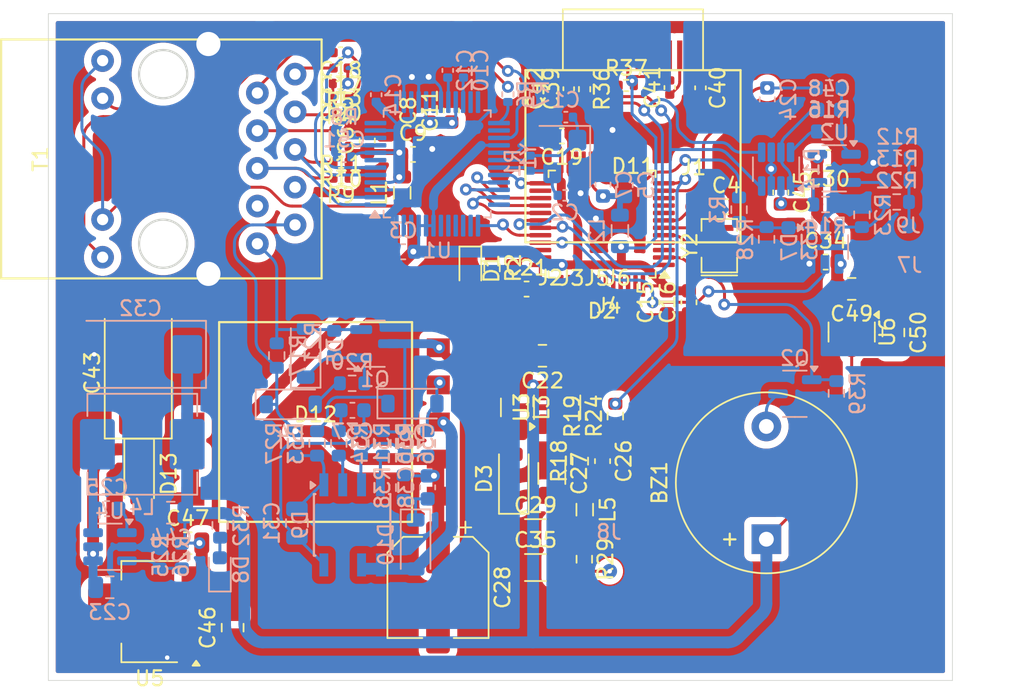
<source format=kicad_pcb>
(kicad_pcb (version 20241229) (generator "pcbnew") (generator_version "9.0")
  (layers (0 "F.Cu" signal) (2 "B.Cu" signal) (13 "F.Paste" user) (15 "B.Paste" user) (5 "F.SilkS" user "F.Silkscreen") (7 "B.SilkS" user "B.Silkscreen") (1 "F.Mask" user) (3 "B.Mask" user) (25 "Edge.Cuts" user))
  (net 0 "")
  (net 1 "Net-(U1-XI{slash}CLKIN)")
  (net 2 "GND")
  (net 3 "Net-(U1-XO)")
  (net 4 "Net-(BZ1-+)")
  (net 5 "+5V")
  (net 6 "Net-(U1-1V2O)")
  (net 7 "Net-(U1-TOCAP)")
  (net 8 "+3V3")
  (net 9 "Net-(U1-RXP)")
  (net 10 "/rst")
  (net 11 "Net-(D2-vdda)")
  (net 12 "Net-(U1-RXN)")
  (net 13 "Net-(C13-Pad1)")
  (net 14 "12v")
  (net 15 "+PoE")
  (net 16 "Net-(C17-Pad2)")
  (net 17 "Net-(U3-FB)")
  (net 18 "Net-(D3-K)")
  (net 19 "Net-(U4-CB)")
  (net 20 "Net-(U4-SW)")
  (net 21 "Net-(C18-Pad2)")
  (net 22 "Net-(C20-Pad1)")
  (net 23 "Net-(C29-Pad2)")
  (net 24 "Analog")
  (net 25 "+30v")
  (net 26 "Net-(D9-VCC)")
  (net 27 "Net-(D1-A)")
  (net 28 "Adj")
  (net 29 "Net-(D3-A)")
  (net 30 "Net-(D4-A)")
  (net 31 "Net-(D9-FB)")
  (net 32 "Net-(C37-Pad1)")
  (net 33 "Net-(D10-K)")
  (net 34 "Net-(D11-Vcomh)")
  (net 35 "Net-(D11-C2N)")
  (net 36 "/TxD")
  (net 37 "/RxD")
  (net 38 "/swd")
  (net 39 "/swc")
  (net 40 "-PoE")
  (net 41 "link")
  (net 42 "Net-(U1-LINKLED)")
  (net 43 "Net-(U1-ACTLED)")
  (net 44 "act")
  (net 45 "Net-(U1-EXRES1)")
  (net 46 "Net-(U1-TXN)")
  (net 47 "Net-(U1-TXP)")
  (net 48 "AdjHV")
  (net 49 "Net-(U4-FB)")
  (net 55 "MOSI")
  (net 58 "SCLK")
  (net 62 "MISO")
  (net 63 "SS_ETH")
  (net 68 "RST_ETH")
  (net 70 "Net-(D11-C2P)")
  (net 71 "Net-(D11-C1N)")
  (net 72 "Net-(D11-C1P)")
  (net 73 "Net-(D11-Vcc)")
  (net 77 "Net-(D2-pa6)")
  (net 83 "Net-(D2-osc_out)")
  (net 87 "SCL")
  (net 89 "Net-(D2-ocs_in)")
  (net 90 "Pulse")
  (net 91 "SDA")
  (net 94 "HVEnable")
  (net 95 "Net-(D5-K)")
  (net 96 "Net-(D6-A)")
  (net 97 "Net-(D6-K)")
  (net 98 "Net-(D7-+)")
  (net 99 "Net-(D8-A)")
  (net 100 "Net-(D9-CS)")
  (net 101 "Net-(D9-COMP)")
  (net 102 "Net-(D10-A)")
  (net 103 "Net-(D13-A)")
  (net 104 "Sound")
  (net 105 "Net-(J7-Pin_1)")
  (net 106 "Net-(U2-+)")
  (net 107 "Net-(D11-Iref)")
  (net 108 "Net-(D11-RES#)")
  (net 110 "Net-(D9-GND)")
  (net 111 "Net-(D14-A)")
  (net 112 "Net-(D14-B)")
  (net 113 "Net-(C48-Pad1)")
  (net 114 "/3.3VA")
  (net 116 "Net-(D2-pa12)")
  (net 117 "+3.3VADC")
  (footprint "Capacitor_SMD:C_0603_1608Metric" (layer "F.Cu") (at 104.45 47.25 90)
    (property "Reference" "C11")
    (property "Value" "1u")
  )
  (footprint "Inductor_SMD:L_1206_3216Metric_Pad1.42x1.75mm_HandSolder" (layer "F.Cu") (at 108.7 67.2575 -90)
    (property "Reference" "L3")
    (property "Value" "22uH")
  )
  (footprint "Crystal:Resonator_SMD_Murata_CSTxExxV-3Pin_3.0x1.1mm" (layer "F.Cu") (at 122.51 56.36 90)
    (property "Reference" "Y2")
    (property "Value" "16")
  )
  (footprint "lib:DA2257" (layer "F.Cu") (at 95.3 68.24 180)
    (property "Reference" "D12")
    (property "Value" "?T4932B?")
  )
  (footprint "Capacitor_SMD:C_0402_1005Metric" (layer "F.Cu") (at 96.99 48.59625)
    (property "Reference" "C20")
    (property "Value" "22n")
  )
  (footprint "Capacitor_SMD:C_0402_1005Metric" (layer "F.Cu") (at 111.28 45.78 90)
    (property "Reference" "C42")
    (property "Value" "4.7uF")
  )
  (footprint "Capacitor_SMD:C_0805_2012Metric" (layer "F.Cu") (at 110.59 63.7775 180)
    (property "Reference" "C22")
    (property "Value" "10u")
  )
  (footprint "Capacitor_SMD:C_0603_1608Metric" (layer "F.Cu") (at 126.65 52.77 -90)
    (property "Reference" "C45")
    (property "Value" "10u")
  )
  (footprint "Capacitor_SMD:C_1206_3216Metric" (layer "F.Cu") (at 111.22 71.7075 -90)
    (property "Reference" "C27")
    (property "Value" "20u")
  )
  (footprint "Resistor_SMD:R_0603_1608Metric" (layer "F.Cu") (at 115.5 67.8375 90)
    (property "Reference" "R24")
    (property "Value" "50k")
  )
  (footprint "Capacitor_SMD:C_0603_1608Metric" (layer "F.Cu") (at 120.46 60.17325 90)
    (property "Reference" "C16")
    (property "Value" "10u")
  )
  (footprint "Capacitor_Tantalum_SMD:CP_EIA-7343-15_Kemet-W" (layer "F.Cu") (at 83.35 64.94 90)
    (property "Reference" "C43")
    (property "Value" "220uF")
  )
  (footprint "Resistor_SMD:R_0603_1608Metric" (layer "F.Cu") (at 114.03 67.8575 90)
    (property "Reference" "R19")
    (property "Value" "5.1k")
  )
  (footprint "Capacitor_SMD:C_0603_1608Metric" (layer "F.Cu") (at 101.86625 50.20625)
    (property "Reference" "C9")
    (property "Value" "1u")
  )
  (footprint "Capacitor_SMD:C_1206_3216Metric" (layer "F.Cu") (at 110.12 75.6975)
    (property "Reference" "C29")
    (property "Value" "20u")
  )
  (footprint "lib:ConnMini" (layer "F.Cu") (at 114.21 61.18 180)
    (property "Reference" "J5")
    (property "Value" "Conn_01x01_Female")
  )
  (footprint "Resistor_SMD:R_0603_1608Metric" (layer "F.Cu") (at 113.14 70.8775 90)
    (property "Reference" "R18")
    (property "Value" "117k")
  )
  (footprint "Resistor_SMD:R_0603_1608Metric" (layer "F.Cu") (at 107.19 57.85 -90)
    (property "Reference" "R2")
    (property "Value" "1k")
  )
  (footprint "lib:ConnMini" (layer "F.Cu") (at 112.52 61.18 180)
    (property "Reference" "J3")
    (property "Value" "Conn_01x01_Female")
  )
  (footprint "lib:OLED049" (layer "F.Cu") (at 116.69 43.53 180)
    (property "Reference" "D11")
    (property "Value" "OLED049")
  )
  (footprint "lib:ConnMini" (layer "F.Cu") (at 115.64 61.17 180)
    (property "Reference" "J6")
    (property "Value" "Conn_01x01_Female")
  )
  (footprint "Capacitor_SMD:C_0603_1608Metric" (layer "F.Cu") (at 114.64 70.8775 -90)
    (property "Reference" "C26")
    (property "Value" "220p")
  )
  (footprint "Capacitor_SMD:C_0603_1608Metric" (layer "F.Cu") (at 118.97 60.17325 90)
    (property "Reference" "C15")
    (property "Value" "10u")
  )
  (footprint "Capacitor_SMD:C_0402_1005Metric" (layer "F.Cu") (at 96.99 43.34625 180)
    (property "Reference" "C18")
    (property "Value" "6.8n")
  )
  (footprint "Capacitor_SMD:C_1206_3216Metric" (layer "F.Cu") (at 110.12 78.0475)
    (property "Reference" "C35")
    (property "Value" "20u")
  )
  (footprint "lib:HY931147C" (layer "F.Cu") (at 85.02625 50.51125 90)
    (property "Reference" "T1")
    (property "Value" "HY931147C")
    (fp_circle (center 5.715 0) (end 7.34 0) (stroke (width 0.15)) (fill no) (layer "Edge.Cuts"))
    (fp_circle (center -5.715 0) (end -4.09 0) (stroke (width 0.15)) (fill no) (layer "Edge.Cuts"))
  )
  (footprint "Resistor_SMD:R_0402_1005Metric" (layer "F.Cu") (at 97.02 51.79625 180)
    (property "Reference" "R9")
    (property "Value" "49R9")
  )
  (footprint "Capacitor_SMD:C_0603_1608Metric" (layer "F.Cu") (at 122.97 53.73)
    (property "Reference" "C4")
    (property "Value" "10n")
  )
  (footprint "Resistor_SMD:R_0402_1005Metric" (layer "F.Cu") (at 116.24 45.56)
    (property "Reference" "R37")
    (property "Value" "10k")
  )
  (footprint "Resistor_SMD:R_0402_1005Metric" (layer "F.Cu") (at 113.43 45.81 -90)
    (property "Reference" "R36")
    (property "Value" "560k")
  )
  (footprint "Inductor_SMD:L_0805_2012Metric" (layer "F.Cu") (at 101.14 52.79 90)
    (property "Reference" "L1")
    (property "Value" "10u")
  )
  (footprint "lib:ConnMini" (layer "F.Cu") (at 111.08 61.16 180)
    (property "Reference" "J2")
    (property "Value" "Conn_01x01_Female")
  )
  (footprint "lib:ConnMini" (layer "F.Cu") (at 120.72 53.73 180)
    (property "Reference" "J1")
    (property "Value" "Conn_01x01_Female")
  )
  (footprint "Capacitor_SMD:C_0805_2012Metric" (layer "F.Cu") (at 89.71 82.1 90)
    (property "Reference" "C46")
    (property "Value" "10u")
  )
  (footprint "Package_TO_SOT_SMD:SOT-223-3_TabPin2" (layer "F.Cu") (at 84.12 81.02 180)
    (property "Reference" "U5")
    (property "Value" "NCP1117-3.3")
  )
  (footprint "Resistor_SMD:R_0402_1005Metric" (layer "F.Cu") (at 96.97 46.47625 180)
    (property "Reference" "R4")
    (property "Value" "82")
  )
  (footprint "Inductor_SMD:L_0805_2012Metric" (layer "F.Cu") (at 113.44 74.1475 -90)
    (property "Reference" "L5")
    (property "Value" "47uH")
  )
  (footprint "Capacitor_SMD:C_0805_2012Metric" (layer "F.Cu") (at 134.24 62.21 -90)
    (property "Reference" "C50")
    (property "Value" "10u")
  )
  (footprint "lib:ConnMini" (layer "F.Cu") (at 115 63.06 180)
    (property "Reference" "J4")
    (property "Value" "Conn")
  )
  (footprint "Capacitor_SMD:C_0603_1608Metric" (layer "F.Cu") (at 102.98 47.26 90)
    (property "Reference" "C8")
    (property "Value" "1u")
  )
  (footprint "Buzzer_Beeper:Buzzer_12x9.5RM7.6" (layer "F.Cu") (at 125.68 76.14 90)
    (property "Reference" "BZ1")
    (property "Value" "Buzzer")
  )
  (footprint "Diode_SMD:D_SOD-123" (layer "F.Cu") (at 108.66 72.0675 90)
    (property "Reference" "D3")
    (property "Value" "MBR0540")
  )
  (footprint "Capacitor_SMD:C_0603_1608Metric" (layer "F.Cu") (at 129.87 50.43 180)
    (property "Reference" "C30")
    (property "Value" "10u")
  )
  (footprint "Resistor_SMD:R_0603_1608Metric" (layer "F.Cu") (at 113.41 77.4875 -90)
    (property "Reference" "R29")
    (property "Value" "20k")
  )
  (footprint "Capacitor_SMD:C_0603_1608Metric" (layer "F.Cu") (at 129.675 57.46)
    (property "Reference" "C34")
    (property "Value" "10u")
  )
  (footprint "Package_TO_SOT_SMD:SOT-23-5" (layer "F.Cu") (at 111.58 67.25 90)
    (property "Reference" "U3")
    (property "Value" "LM2733XMF")
  )
  (footprint "Package_TO_SOT_SMD:SOT-23" (layer "F.Cu") (at 131.43 62.1775 -90)
    (property "Reference" "U6")
    (property "Value" "MCP1700x")
  )
  (footprint "Capacitor_SMD:C_0805_2012Metric" (layer "F.Cu") (at 131.43 59.27 180)
    (property "Reference" "C49")
    (property "Value" "10u")
  )
  (footprint "Capacitor_SMD:C_0402_1005Metric" (layer "F.Cu") (at 121.24 45.72 -90)
    (property "Reference" "C40")
    (property "Value" "1uF")
  )
  (footprint "LED_SMD:LED_0603_1608Metric" (layer "F.Cu") (at 105.73 57.9 -90)
    (property "Reference" "D1")
    (property "Value" "LED")
  )
  (footprint "Capacitor_SMD:C_0402_1005Metric" (layer "F.Cu") (at 112.36 45.78 90)
    (property "Reference" "C39")
    (property "Value" "2.2uF")
  )
  (footprint "Resistor_SMD:R_0402_1005Metric" (layer "F.Cu") (at 97.02 50.73625 180)
    (property "Reference" "R10")
    (property "Value" "49R9")
  )
  (footprint "Resistor_SMD:R_0402_1005Metric" (layer "F.Cu") (at 97.02 49.67625 180)
    (property "Reference" "R11")
    (property "Value" "10")
  )
  (footprint "Capacitor_SMD:C_0603_1608Metric" (layer "F.Cu") (at 111.9 48.96 180)
    (property "Reference" "C19")
    (property "Value" "10u")
  )
  (footprint "Resistor_SMD:R_0402_1005Metric" (layer "F.Cu") (at 96.97 45.42625 180)
    (property "Reference" "R5")
    (property "Value" "82")
  )
  (footprint "Capacitor_SMD:C_0603_1608Metric" (layer "F.Cu") (at 109.52 59.28)
    (property "Reference" "C21")
    (property "Value" "10u")
  )
  (footprint "Capacitor_SMD:C_0402_1005Metric" (layer "F.Cu") (at 96.99 47.53625)
    (property "Reference" "C13")
    (property "Value" "10n")
  )
  (footprint "Capacitor_SMD:C_0805_2012Metric" (layer "F.Cu") (at 86.68 76.41)
    (property "Reference" "C47")
    (property "Value" "10u")
  )
  (footprint "Capacitor_SMD:C_0603_1608Metric" (layer "F.Cu") (at 98.78375 49.27 90)
    (property "Reference" "C6")
    (property "Value" "1u")
  )
  (footprint "Capacitor_SMD:C_0402_1005Metric" (layer "F.Cu") (at 96.99 44.38625 180)
    (property "Reference" "C17")
    (property "Value" "6.8n")
  )
  (footprint "Package_QFP:LQFP-48_7x7mm_P0.5mm" (layer "F.Cu") (at 114.61 54.90325 180)
    (property "Reference" "D2")
    (property "Value" "STM32G473CETx")
  )
  (footprint "Capacitor_SMD:C_0402_1005Metric" (layer "F.Cu") (at 119.17 45.7 90)
    (property "Reference" "C41")
    (property "Value" "1uF")
  )
  (footprint "Diode_SMD:D_SOD-123" (layer "F.Cu") (at 83.41 71.73 -90)
    (property "Reference" "D13")
    (property "Value" "SS34")
  )
  (footprint "Capacitor_SMD:CP_Elec_6.3x7.7" (layer "F.Cu") (at 103.55 79.39 -90)
    (property "Reference" "C28")
    (property "Value" "22uF/63v")
  )
  (footprint "Capacitor_SMD:C_0603_1608Metric" (layer "B.Cu") (at 129.91 47.19 180)
    (property "Reference" "C48")
    (property "Value" "4.7p")
  )
  (footprint "Capacitor_SMD:C_0402_1005Metric" (layer "B.Cu") (at 112.16625 47.69625 180)
    (property "Reference" "C1")
    (property "Value" "10p")
  )
  (footprint "Capacitor_Tantalum_SMD:CP_EIA-7343-15_Kemet-W" (layer "B.Cu") (at 83.5 63.68 180)
    (property "Reference" "C32")
    (property "Value" "1000uF")
  )
  (footprint "Capacitor_SMD:C_0603_1608Metric" (layer "B.Cu") (at 127.17 55.93 90)
    (property "Reference" "C33")
    (property "Value" "100n")
  )
  (footprint "Capacitor_SMD:C_0805_2012Metric" (layer "B.Cu") (at 94.0425 75.0525 -90)
    (property "Reference" "C31")
    (property "Value" "10uF")
  )
  (footprint "Package_TO_SOT_SMD:SOT-23-3" (layer "B.Cu") (at 127.6 66.34 180)
    (property "Reference" "Q2")
    (property "Value" "Q_NMOS_GSD")
  )
  (footprint "lib:ConnMini" (layer "B.Cu") (at 135.28 55.03 180)
    (property "Reference" "J7")
    (property "Value" "Conn_01x01_Female")
  )
  (footprint "Resistor_SMD:R_0603_1608Metric" (layer "B.Cu") (at 88.87 75.21 90)
    (property "Reference" "R32")
    (property "Value" "4.7k")
  )
  (footprint "Resistor_SMD:R_0603_1608Metric" (layer "B.Cu") (at 93.9425 69.6825 -90)
    (property "Reference" "R27")
    (property "Value" "100k")
  )
  (footprint "Capacitor_SMD:C_0805_2012Metric" (layer "B.Cu") (at 85.54 74.35)
    (property "Reference" "C44")
    (property "Value" "10u")
  )
  (footprint "Package_TO_SOT_SMD:TSOT-23-5" (layer "B.Cu") (at 130.2525 51.145 180)
    (property "Reference" "U2")
    (property "Value" "OPA354AIDBVR")
  )
  (footprint "lib:ConnMini" (layer "B.Cu") (at 115.12 78.3)
    (property "Reference" "J8")
    (property "Value" "Conn_01x01_Female")
  )
  (footprint "Package_TO_SOT_SMD:SOT-23" (layer "B.Cu") (at 99.3125 62.9625)
    (property "Reference" "Q1")
    (property "Value" "5N10")
  )
  (footprint "Resistor_SMD:R_0603_1608Metric" (layer "B.Cu") (at 134.505 51.94 180)
    (property "Reference" "R13")
    (property "Value" "1k")
  )
  (footprint "Resistor_SMD:R_0603_1608Metric" (layer "B.Cu") (at 92.6825 63.7625 90)
    (property "Reference" "R17")
    (property "Value" "24k")
  )
  (footprint "Capacitor_SMD:C_0402_1005Metric" (layer "B.Cu") (at 104.20625 44.54625 90)
    (property "Reference" "C12")
    (property "Value" "4.7u")
  )
  (footprint "Resistor_SMD:R_0603_1608Metric" (layer "B.Cu") (at 123.84 53.93 -90)
    (property "Reference" "R3")
    (property "Value" "5.1k")
  )
  (footprint "Resistor_SMD:R_0603_1608Metric" (layer "B.Cu") (at 129.91 48.66 180)
    (property "Reference" "R15")
    (property "Value" "1k")
  )
  (footprint "Diode_SMD:D_SOD-123" (layer "B.Cu") (at 101.825 67.0025)
    (property "Reference" "D6")
    (property "Value" "F7")
  )
  (footprint "Resistor_SMD:R_0402_1005Metric" (layer "B.Cu") (at 97.23 48.87 180)
    (property "Reference" "R8")
    (property "Value" "12.4k")
  )
  (footprint "Resistor_SMD:R_0603_1608Metric" (layer "B.Cu") (at 125.695 55.93 -90)
    (property "Reference" "R28")
    (property "Value" "1k")
  )
  (footprint "Resistor_SMD:R_0603_1608Metric" (layer "B.Cu") (at 86.28 77.275 -90)
    (property "Reference" "R25")
    (property "Value" "3.4k")
  )
  (footprint "Capacitor_SMD:C_0603_1608Metric" (layer "B.Cu") (at 116.16 52.27 90)
    (property "Reference" "C5")
    (property "Value" "10u")
  )
  (footprint "Resistor_SMD:R_0603_1608Metric" (layer "B.Cu") (at 101.24 72.66 -90)
    (property "Reference" "R38")
    (property "Value" "10k")
  )
  (footprint "Resistor_SMD:R_0603_1608Metric" (layer "B.Cu") (at 96.5525 62.9225 -90)
    (property "Reference" "R21")
    (property "Value" "237k")
  )
  (footprint "Resistor_SMD:R_0603_1608Metric" (layer "B.Cu") (at 129.67 53.58)
    (property "Reference" "R14")
    (property "Value" "510")
  )
  (footprint "Package_TO_SOT_SMD:SOT-23-8" (layer "B.Cu") (at 126.335 51.2 90)
    (property "Reference" "D14")
    (property "Value" "AD5245")
  )
  (footprint "Diode_SMD:D_SOD-123" (layer "B.Cu") (at 102.04 76.4925 -90)
    (property "Reference" "D10")
    (property "Value" "F7")
  )
  (footprint "Crystal:Crystal_SMD_3225-4Pin_3.2x2.5mm" (layer "B.Cu") (at 112.09625 50.34625 -90)
    (property "Reference" "Y1")
    (property "Value" "25MHz")
  )
  (footprint "Capacitor_SMD:C_0402_1005Metric" (layer "B.Cu") (at 99.38625 46.18625 90)
    (property "Reference" "C14")
    (property "Value" "1u")
  )
  (footprint "Diode_SMD:D_SOD-123" (layer "B.Cu") (at 93.6225 67.0525)
    (property "Reference" "D4")
    (property "Value" "MM1Z27")
  )
  (footprint "Package_TO_SOT_SMD:SOT-23-6" (layer "B.Cu") (at 129.63 56.45 -90)
    (property "Reference" "D7")
    (property "Value" "TLV3501")
  )
  (footprint "Resistor_SMD:R_0603_1608Metric" (layer "B.Cu") (at 134.465 53.41 180)
    (property "Reference" "R22")
    (property "Value" "10k")
  )
  (footprint "Package_SO:SOIC-8-N7_3.9x4.9mm_P1.27mm" (layer "B.Cu") (at 97.7625 75.1725 -90)
    (property "Reference" "D9")
    (property "Value" "?U6119SA?")
  )
  (footprint "Resistor_SMD:R_0603_1608Metric" (layer "B.Cu") (at 130.4 66.31 90)
    (property "Reference" "R39")
    (property "Value" "100k")
  )
  (footprint "lib:ConnMini" (layer "B.Cu") (at 135.29 57.64)
    (property "Reference" "J9")
    (property "Value" "Conn_01x01_Female")
  )
  (footprint "Package_TO_SOT_SMD:SOT-23-6" (layer "B.Cu") (at 81.4425 76.65 180)
    (property "Reference" "U4")
    (property "Value" "LMR50410XDBVR")
  )
  (footprint "Capacitor_SMD:C_0402_1005Metric" (layer "B.Cu") (at 105.26625 44.54625 90)
    (property "Reference" "C10")
    (property "Value" "10n")
  )
  (footprint "Resistor_SMD:R_0603_1608Metric" (layer "B.Cu") (at 97.7625 65.6325 180)
    (property "Reference" "R20")
    (property "Value" "51k")
  )
  (footprint "Capacitor_SMD:C_0603_1608Metric" (layer "B.Cu") (at 114.67 52.24 90)
    (property "Reference" "C7")
    (property "Value" "10u")
  )
  (footprint "Inductor_SMD:L_Abracon_ASPI-0630LR" (layer "B.Cu") (at 83.62 69.74)
    (property "Reference" "L4")
    (property "Value" "15uH")
  )
  (footprint "Package_QFP:LQFP-48_7x7mm_P0.5mm" (layer "B.Cu") (at 103.49625 50.84375)
    (property "Reference" "U1")
    (property "Value" "W5500")
  )
  (footprint "Resistor_SMD:R_0603_1608Metric" (layer "B.Cu") (at 99.8425 69.6825 90)
    (property "Reference" "R35")
    (property "Value" "0.68")
  )
  (footprint "Resistor_SMD:R_0603_1608Metric" (layer "B.Cu") (at 98.3525 69.6825 90)
    (property "Reference" "R31")
    (property "Value" "10k")
  )
  (footprint "Resistor_SMD:R_0603_1608Metric" (layer "B.Cu") (at 129.92 45.73)
    (property "Reference" "R16")
    (property "Value" "10")
  )
  (footprint "Resistor_SMD:R_0603_1608Metric" (layer "B.Cu") (at 134.515 50.46 180)
    (property "Reference" "R12")
    (property "Value" "3k")
  )
  (footprint "Resistor_SMD:R_0603_1608Metric" (layer "B.Cu") (at 132.12 54.28 90)
    (property "Reference" "R23")
    (property "Value" "10k")
  )
  (footprint "Resistor_SMD:R_0603_1608Metric" (layer "B.Cu") (at 102.8325 69.6825 -90)
    (property "Reference" "R30")
    (property "Value" "43k")
  )
  (footprint "Capacitor_SMD:C_0603_1608Metric" (layer "B.Cu") (at 125.74 46.5 90)
    (property "Reference" "C24")
    (property "Value" "100")
  )
  (footprint "Resistor_SMD:R_0402_1005Metric" (layer "B.Cu") (at 109.35 46.16 90)
    (property "Reference" "R7")
    (property "Value" "100")
  )
  (footprint "Capacitor_SMD:C_0603_1608Metric" (layer "B.Cu") (at 102.85 72.645 -90)
    (property "Reference" "C38")
    (property "Value" "10nF")
  )
  (footprint "Capacitor_SMD:C_0603_1608Metric" (layer "B.Cu") (at 101.3125 69.6825 90)
    (property "Reference" "C36")
    (property "Value" "28p")
  )
  (footprint "Capacitor_SMD:C_0805_2012Metric" (layer "B.Cu") (at 81.43 79.38)
    (property "Reference" "C23")
    (property "Value" "10uF")
  )
  (footprint "Resistor_SMD:R_0603_1608Metric" (layer "B.Cu") (at 95.4025 69.6825 -90)
    (property "Reference" "R33")
    (property "Value" "20R")
  )
  (footprint "Resistor_SMD:R_0402_1005Metric" (layer "B.Cu") (at 109.75625 50.79625 -90)
    (property "Reference" "R1")
    (property "Value" "1M")
  )
  (footprint "Capacitor_SMD:C_0402_1005Metric" (layer "B.Cu") (at 97.23 50.37 180)
    (property "Reference" "C51")
    (property "Value" "1u")
  )
  (footprint "Capacitor_SMD:C_0603_1608Metric" (layer "B.Cu") (at 97.7825 67.4525)
    (property "Reference" "C37")
    (property "Value" "480p")
  )
  (footprint "Resistor_SMD:R_0402_1005Metric" (layer "B.Cu") (at 108.26 46.16 90)
    (property "Reference" "R6")
    (property "Value" "100")
  )
  (footprint "Capacitor_SMD:C_0603_1608Metric" (layer "B.Cu") (at 81.25 74.08 180)
    (property "Reference" "C25")
    (property "Value" "150nF")
  )
  (footprint "Inductor_SMD:L_0805_2012Metric" (layer "B.Cu") (at 115.81 55.36 -90)
    (property "Reference" "L2")
    (property "Value" "10uH")
  )
  (footprint "Resistor_SMD:R_0603_1608Metric" (layer "B.Cu") (at 84.8 77.285 90)
    (property "Reference" "R26")
    (property "Value" "1.02k")
  )
  (footprint "LED_SMD:LED_0603_1608Metric" (layer "B.Cu") (at 88.85 78.18 90)
    (property "Reference" "D8")
    (property "Value" "LED")
  )
  (footprint "Resistor_SMD:R_0603_1608Metric" (layer "B.Cu") (at 96.8625 69.6825 90)
    (property "Reference" "R34")
    (property "Value" "47R")
  )
  (footprint "Capacitor_SMD:C_0402_1005Metric" (layer "B.Cu") (at 112.09625 52.96625)
    (property "Reference" "C2")
    (property "Value" "10p")
  )
  (footprint "Diode_SMD:D_SOD-123" (layer "B.Cu") (at 94.6325 63.57 90)
    (property "Reference" "D5")
    (property "Value" "BZT52-C15")
  )
  (footprint "Capacitor_SMD:C_0603_1608Metric" (layer "B.Cu") (at 101.20625 56.76625 180)
    (property "Reference" "C3")
    (property "Value" "1u")
  )
  (gr_line (start 77.29 85.66) (end 138.22 85.66) (stroke (width 0.05)) (layer "Edge.Cuts"))
  (gr_line (start 77.29 40.72) (end 77.29 85.66) (stroke (width 0.05)) (layer "Edge.Cuts"))
  (gr_line (start 138.22 85.66) (end 138.22 40.72) (stroke (width 0.05)) (layer "Edge.Cuts"))
  (gr_line (start 138.22 40.72) (end 77.29 40.72) (stroke (width 0.05)) (layer "Edge.Cuts"))
  (segment (start 107.66575 50.60075) (end 109.234643 50.60075) (width 0.2) (layer "B.Cu") (net 1))
  (segment (start 112.081986 50.110514) (end 112.94625 49.24625) (width 0.2) (layer "B.Cu") (net 1))
  (segment (start 109.588197 50.454303) (end 109.75625 50.28625) (width 0.2) (layer "B.Cu") (net 1))
  (segment (start 112.94625 49.24625) (end 112.94625 48.410464) (width 0.2) (layer "B.Cu") (net 1))
  (segment (start 109.75625 50.28625) (end 111.657722 50.28625) (width 0.2) (layer "B.Cu") (net 1))
  (segment (start 112.653357 47.703357) (end 112.64625 47.69625) (width 0.2) (layer "B.Cu") (net 1))
  (segment (start 107.65875 50.59375) (end 107.66575 50.60075) (width 0.2) (layer "B.Cu") (net 1))
  (arc (start 112.94625 48.410464) (mid 112.87013 48.027781) (end 112.653357 47.703357) (width 0.2) (layer "B.Cu") (net 1))
  (arc (start 112.081986 50.110514) (mid 111.887332 50.240578) (end 111.657722 50.28625) (width 0.2) (layer "B.Cu") (net 1))
  (arc (start 109.234643 50.60075) (mid 109.425985 50.56269) (end 109.588197 50.454303) (width 0.2) (layer "B.Cu") (net 1))
  (segment (start 116.86 60.52) (end 117.23 60.89) (width 0.2) (layer "F.Cu") (net 2))
  (segment (start 111.58 68.3875) (end 111.58 69.8725) (width 0.6) (layer "F.Cu") (net 2))
  (segment (start 117.35 61.01) (end 118.22 61.01) (width 0.2) (layer "F.Cu") (net 2))
  (segment (start 97.43 48.55625) (end 97.47 48.59625) (width 0.2) (layer "F.Cu") (net 2))
  (segment (start 108.19 71.7575) (end 110.48 71.7575) (width 0.2) (layer "F.Cu") (net 2))
  (segment (start 116.587107 60.43) (end 116.86 60.43) (width 0.2) (layer "F.Cu") (net 2))
  (segment (start 100.652893 42.712893) (end 102.92 44.98) (width 0.4) (layer "F.Cu") (net 2))
  (segment (start 114.897107 52.12) (end 115.59 52.12) (width 0.2) (layer "F.Cu") (net 2))
  (segment (start 102.95625 49.89125) (end 102.64125 50.20625) (width 0.2) (layer "F.Cu") (net 2))
  (segment (start 93.474214 42.42) (end 99.6 42.42) (width 0.4) (layer "F.Cu") (net 2))
  (segment (start 87.03 65.74) (end 87.03 63.24) (width 0.2) (layer "F.Cu") (net 2))
  (segment (start 116.006447 60.056447) (end 116.233554 60.283554) (width 0.2) (layer "F.Cu") (net 2))
  (segment (start 113.16 52.627107) (end 113.16 52.82) (width 0.2) (layer "F.Cu") (net 2))
  (segment (start 118.22 61.01) (end 120.48 61.01) (width 0.2) (layer "F.Cu") (net 2))
  (segment (start 99.6 42.42) (end 99.945786 42.42) (width 0.4) (layer "F.Cu") (net 2))
  (segment (start 111.58 67.2475) (end 107.2525 67.2475) (width 0.4) (layer "F.Cu") (net 2))
  (segment (start 117.04 41.61) (end 117.02 41.59) (width 0.2) (layer "F.Cu") (net 2))
  (segment (start 114.36 50.74075) (end 114.36 49.04) (width 0.2) (layer "F.Cu") (net 2))
  (segment (start 98.78375 48.495) (end 97.57125 48.495) (width 0.2) (layer "F.Cu") (net 2))
  (segment (start 111.58 68.3875) (end 111.58 67.2475) (width 0.6) (layer "F.Cu") (net 2))
  (segment (start 110.48 71.7575) (end 111.22 71.0175) (width 0.2) (layer "F.Cu") (net 2))
  (segment (start 117.04 43.53) (end 117.04 41.61) (width 0.2) (layer "F.Cu") (net 2))
  (segment (start 111.58 69.8725) (end 111.22 70.2325) (width 0.2) (layer "F.Cu") (net 2))
  (segment (start 112.36 50.74075) (end 112.36 51.412893) (width 0.2) (layer "F.Cu") (net 2))
  (segment (start 115.86 59.06575) (end 115.86 59.702893) (width 0.2) (layer "F.Cu") (net 2))
  (segment (start 107.4 72.5475) (end 108.19 71.7575) (width 0.2) (layer "F.Cu") (net 2))
  (segment (start 112.506447 51.766447) (end 113.013554 52.273554) (width 0.2) (layer "F.Cu") (net 2))
  (segment (start 114.36 50.74075) (end 114.36 51.582893) (width 0.2) (layer "F.Cu") (net 2))
  (segment (start 107.4 74.4525) (end 107.4 72.5475) (width 0.2) (layer "F.Cu") (net 2))
  (segment (start 111.58 67.2475) (end 113.815 67.2475) (width 0.4) (layer "F.Cu") (net 2))
  (segment (start 112.36 50.74075) (end 112.36 48.95825) (width 0.2) (layer "F.Cu") (net 2))
  (segment (start 116.86 60.43) (end 116.86 60.52) (width 0.2) (layer "F.Cu") (net 2))
  (segment (start 114.506447 51.936447) (end 114.543554 51.973554) (width 0.2) (layer "F.Cu") (net 2))
  (segment (start 83.35 61.82) (end 85.61 61.82) (width 0.2) (layer "F.Cu") (net 2))
  (segment (start 97.57125 48.495) (end 97.47 48.59625) (width 0.2) (layer "F.Cu") (net 2))
  (segment (start 112.36 48.95825) (end 112.355 48.95325) (width 0.2) (layer "F.Cu") (net 2))
  (segment (start 111.58 67.2475) (end 111.58 63.8175) (width 0.6) (layer "F.Cu") (net 2))
  (segment (start 97.43 47.53625) (end 97.43 48.55625) (width 0.2) (layer "F.Cu") (net 2))
  (segment (start 116.86 59.06575) (end 116.86 60.43) (width 0.2) (layer "F.Cu") (net 2))
  (segment (start 111.58 63.8175) (end 111.54 63.7775) (width 0.2) (layer "F.Cu") (net 2))
  (segment (start 85.61 61.82) (end 87.03 63.24) (width 0.2) (layer "F.Cu") (net 2))
  (segment (start 110.4475 57.15325) (end 109.760964 57.15325) (width 0.2) (layer "F.Cu") (net 2))
  (segment (start 108.645 75.6975) (end 107.4 74.4525) (width 0.2) (layer "F.Cu") (net 2))
  (segment (start 113.815 67.2475) (end 114.03 67.0325) (width 0.2) (layer "F.Cu") (net 2))
  (segment (start 117.23 60.89) (end 117.35 61.01) (width 0.2) (layer "F.Cu") (net 2))
  (segment (start 89.44 46.04) (end 92.767107 42.712893) (width 0.4) (layer "F.Cu") (net 2))
  (segment (start 108.745 57.755) (end 108.745 59.28) (width 0.2) (layer "F.Cu") (net 2))
  (segment (start 111.22 71.0175) (end 111.22 70.2325) (width 0.2) (layer "F.Cu") (net 2))
  (segment (start 109.053857 57.446143) (end 108.745 57.755) (width 0.2) (layer "F.Cu") (net 2))
  (segment (start 108.645 78.0475) (end 108.645 75.6975) (width 0.2) (layer "F.Cu") (net 2))
  (via (at 102.92 44.98) (size 0.8) (drill 0.4) (layers "F.Cu" "B.Cu") (net 2))
  (via (at 85.3 84.12) (size 0.8) (drill 0.3) (layers "F.Cu" "B.Cu") (net 2))
  (via (at 128.58 57.57) (size 0.8) (drill 0.4) (layers "F.Cu" "B.Cu") (net 2))
  (via (at 80.38 63.68) (size 0.8) (drill 0.3) (layers "F.Cu" "B.Cu") (net 2))
  (via (at 103.16 49.84) (size 0.8) (drill 0.4) (layers "F.Cu" "B.Cu") (net 2))
  (via (at 114.19 54.53) (size 0.8) (drill 0.4) (layers "F.Cu" "B.Cu") (net 2))
  (via (at 126 51.18) (size 0.8) (drill 0.4) (layers "F.Cu" "B.Cu") (net 2))
  (via (at 113.16 52.82) (size 0.8) (drill 0.4) (layers "F.Cu" "B.Cu") (net 2))
  (via (at 101.79 44.99) (size 0.8) (drill 0.4) (layers "F.Cu" "B.Cu") (net 2))
  (via (at 115.31 48.56) (size 0.8) (drill 0.4) (layers "F.Cu" "B.Cu") (net 2))
  (via (at 132.89 50.77) (size 0.8) (drill 0.4) (layers "F.Cu" "B.Cu") (net 2))
  (arc (start 115.86 59.702893) (mid 115.89806 59.894235) (end 116.006447 60.056447) (width 0.2) (layer "F.Cu") (net 2))
  (arc (start 113.013554 52.273554) (mid 113.12194 52.435766) (end 113.16 52.627107) (width 0.2) (layer "F.Cu") (net 2))
  (arc (start 99.945786 42.42) (mid 100.328469 42.49612) (end 100.652893 42.712893) (width 0.4) (layer "F.Cu") (net 2))
  (arc (start 109.760964 57.15325) (mid 109.378281 57.22937) (end 109.053857 57.446143) (width 0.2) (layer "F.Cu") (net 2))
  (arc (start 114.36 51.582893) (mid 114.39806 51.774235) (end 114.506447 51.936447) (width 0.2) (layer "F.Cu") (net 2))
  (arc (start 92.767107 42.712893) (mid 93.091531 42.49612) (end 93.474214 42.42) (width 0.4) (layer "F.Cu") (net 2))
  (arc (start 114.543554 51.973554) (mid 114.705766 52.08194) (end 114.897107 52.12) (width 0.2) (layer "F.Cu") (net 2))
  (arc (start 112.36 51.412893) (mid 112.39806 51.604235) (end 112.506447 51.766447) (width 0.2) (layer "F.Cu") (net 2))
  (arc (start 116.587107 60.43) (mid 116.395766 60.39194) (end 116.233554 60.283554) (width 0.2) (layer "F.Cu") (net 2))
  (segment (start 107.12 47.2) (end 106.31 48.01) (width 0.2) (layer "B.Cu") (net 2))
  (segment (start 84.59 74.35) (end 84.59 76.25) (width 0.2) (layer "B.Cu") (net 2))
  (segment (start 96.75 48.9) (end 96.72 48.87) (width 0.2) (layer "B.Cu") (net 2))
  (segment (start 129.63 56.45) (end 129.63 55.3125) (width 0.4) (layer "B.Cu") (net 2))
  (segment (start 101.76625 44.06625) (end 102.27625 44.06625) (width 0.2) (layer "B.Cu") (net 2))
  (segment (start 129.63 55.3125) (end 129.63 54.610685) (width 0.4) (layer "B.Cu") (net 2))
  (segment (start 100.74625 55.00625) (end 100.74625 56.45125) (width 0.2) (layer "B.Cu") (net 2))
  (segment (start 109.035197 49.947303) (end 109.239804 49.742696) (width 0.2) (layer "B.Cu") (net 2))
  (segment (start 131.39 51.145) (end 130.805685 51.145) (width 0.4) (layer "B.Cu") (net 2))
  (segment (start 102.61125 51.71625) (end 102.61125 51.97875) (width 0.2) (layer "B.Cu") (net 2))
  (segment (start 102.24625 44.09625) (end 102.27625 44.06625) (width 0.2) (layer "B.Cu") (net 2))
  (segment (start 99.38625 44.84625) (end 100.16625 44.06625) (width 0.2) (layer "B.Cu") (net 2))
  (segment (start 101.24625 44.06625) (end 101.76625 44.06625) (width 0.2) (layer "B.Cu") (net 2))
  (segment (start 100.16625 44.06625) (end 101.24625 44.06625) (width 0.2) (layer "B.Cu") (net 2))
  (segment (start 126.01 50.0625) (end 126.01 52.3375) (width 0.2) (layer "B.Cu") (net 2))
  (segment (start 105.26625 44.06625) (end 106.38625 44.06625) (width 0.2) (layer "B.Cu") (net 2))
  (segment (start 130.522842 51.262158) (end 130.372157 51.412843) (width 0.4) (layer "B.Cu") (net 2))
  (segment (start 103.570514 45.510514) (end 103.25625 45.19625) (width 0.2) (layer "B.Cu") (net 2))
  (segment (start 107.65875 50.09375) (end 108.681643 50.09375) (width 0.2) (layer "B.Cu") (net 2))
  (segment (start 96.76375 49.59375) (end 96.75 49.58) (width 0.25) (layer "B.Cu") (net 2))
  (segment (start 81.582842 76.767158) (end 81.567157 76.782843) (width 0.4) (layer "B.Cu") (net 2))
  (segment (start 103.74625 46.68125) (end 103.74625 45.934778) (width 0.2) (layer "B.Cu") (net 2))
  (segment (start 106.31 48.01) (end 106.31 48.28) (width 0.2) (layer "B.Cu") (net 2))
  (segment (start 111.24625 49.24625) (end 111.24625 48.13625) (width 0.2) (layer "B.Cu") (net 2))
  (segment (start 101.24625 46.68125) (end 101.24625 44.06625) (width 0.2) (layer "B.Cu") (net 2))
  (segment (start 102.76 44.06625) (end 103.26625 44.06625) (width 0.2) (layer "B.Cu") (net 2))
  (segment (start 88.4475 79.37) (end 88.85 78.9675) (width 0.2) (layer "B.Cu") (net 2))
  (segment (start 82.47 79.37) (end 88.4475 79.37) (width 0.2) (layer "B.Cu") (net 2))
  (segment (start 103.25625 45.19625) (end 103.25625 44.07625) (width 0.2) (layer "B.Cu") (net 2))
  (segment (start 130.255 53.34) (end 130.495 53.58) (width 0.2) (layer "B.Cu") (net 2))
  (segment (start 109.593357 49.59625) (end 110.89625 49.59625) (width 0.2) (layer "B.Cu") (net 2))
  (segment (start 99.38625 45.70625) (end 99.38625 44.84625) (width 0.2) (layer "B.Cu") (net 2))
  (segment (start 84.59 76.25) (end 84.8 76.46) (width 0.2) (layer "B.Cu") (net 2))
  (segment (start 129.63 55.550786) (end 129.63 55.3125) (width 0.5) (layer "B.Cu") (net 2))
  (segment (start 112.94625 51.44625) (end 112.94625 52.36) (width 0.2) (layer "B.Cu") (net 2))
  (segment (start 129.747158 54.327842) (end 130.495 53.58) (width 0.4) (layer "B.Cu") (net 2))
  (segment (start 81.567158 78.467158) (end 82.47 79.37) (width 0.4) (layer "B.Cu") (net 2))
  (segment (start 102.67625 44.06625) (end 102.76 44.06625) (width 0.2) (layer "B.Cu") (net 2))
  (segment (start 127.16 57.13) (end 128.465 57.13) (width 0.2) (layer "B.Cu") (net 2))
  (segment (start 102.24625 46.68125) (end 102.24625 44.09625) (width 0.2) (layer "B.Cu") (net 2))
  (segment (start 82.58 76.65) (end 81.865685 76.65) (width 0.4) (layer "B.Cu") (net 2))
  (segment (start 129.64 56.46) (end 129.63 56.45) (width 0.4) (layer "B.Cu") (net 2))
  (segment (start 103.26625 44.06625) (end 103.57625 44.06625) (width 0.2) (layer "B.Cu") (net 2))
  (segment (start 102.27625 44.06625) (end 102.67625 44.06625) (width 0.2) (layer "B.Cu") (net 2))
  (segment (start 129.64 56.46) (end 128.244214 56.46) (width 0.4) (layer "B.Cu") (net 2))
  (segment (start 99.33375 52.59375) (end 101.86 52.59375) (width 0.2) (layer "B.Cu") (net 2))
  (segment (start 130.255 51.695685) (end 130.255 53.34) (width 0.4) (layer "B.Cu") (net 2))
  (segment (start 106.31 48.28) (end 99.48 55.11) (width 0.6) (layer "B.Cu") (net 2))
  (segment (start 130.495 53.58) (end 131.995 53.58) (width 0.2) (layer "B.Cu") (net 2))
  (segment (start 99.33375 49.59375) (end 96.76375 49.59375) (width 0.25) (layer "B.Cu") (net 2))
  (segment (start 132.36 56.46) (end 129.64 56.46) (width 0.4) (layer "B.Cu") (net 2))
  (segment (start 107.12 44.8) (end 107.12 47.2) (width 0.2) (layer "B.Cu") (net 2))
  (segment (start 82.58 76.65) (end 84.61 76.65) (width 0.2) (layer "B.Cu") (net 2))
  (segment (start 112.94625 52.59625) (end 112.57625 52.96625) (width 0.2) (layer "B.Cu") (net 2))
  (segment (start 112.94625 52.36) (end 112.94625 52.59625) (width 0.2) (layer "B.Cu") (net 2))
  (segment (start 106.38625 44.06625) (end 107.12 44.8) (width 0.2) (layer "B.Cu") (net 2))
  (segment (start 81.45 77.065685) (end 81.45 78.184315) (width 0.4) (layer "B.Cu") (net 2))
  (segment (start 131.995 53.58) (end 132.12 53.455) (width 0.2) (layer "B.Cu") (net 2))
  (segment (start 103.25625 44.07625) (end 103.26625 44.06625) (width 0.2) (layer "B.Cu") (net 2))
  (segment (start 96.75 49.58) (end 96.75 48.9) (width 0.4) (layer "B.Cu") (net 2))
  (segment (start 84.61 76.65) (end 84.8 76.46) (width 0.2) (layer "B.Cu") (net 2))
  (segment (start 103.57625 44.06625) (end 104.20625 44.06625) (width 0.2) (layer "B.Cu") (net 2))
  (segment (start 131.39 51.145) (end 132.590786 51.145) (width 0.4) (layer "B.Cu") (net 2))
  (segment (start 96.75 50.37) (end 96.75 49.58) (width 0.4) (layer "B.Cu") (net 2))
  (segment (start 100.74625 56.45125) (end 100.43125 56.76625) (width 0.2) (layer "B.Cu") (net 2))
  (segment (start 111.24625 48.13625) (end 111.68625 47.69625) (width 0.2) (layer "B.Cu") (net 2))
  (segment (start 96.70625 49.13625) (end 96.70625 48.89625) (width 0.2) (layer "B.Cu") (net 2))
  (segment (start 133.297893 50.852107) (end 133.69 50.46) (width 0.2) (layer "B.Cu") (net 2))
  (segment (start 104.20625 44.06625) (end 105.26625 44.06625) (width 0.2) (layer "B.Cu") (net 2))
  (segment (start 110.89625 49.59625) (end 111.24625 49.24625) (width 0.2) (layer "B.Cu") (net 2))
  (arc (start 130.805685 51.145) (mid 130.652611 51.175448) (end 130.522842 51.262158) (width 0.4) (layer "B.Cu") (net 2))
  (arc (start 109.035197 49.947303) (mid 108.872985 50.05569) (end 108.681643 50.09375) (width 0.2) (layer "B.Cu") (net 2))
  (arc (start 129.747158 54.327842) (mid 129.660449 54.457611) (end 129.63 54.610685) (width 0.4) (layer "B.Cu") (net 2))
  (arc (start 103.74625 45.934778) (mid 103.700578 45.705168) (end 103.570514 45.510514) (width 0.2) (layer "B.Cu") (net 2))
  (arc (start 81.567157 76.782843) (mid 81.480448 76.912612) (end 81.45 77.065685) (width 0.4) (layer "B.Cu") (net 2))
  (arc (start 81.567158 78.467158) (mid 81.480449 78.337389) (end 81.45 78.184315) (width 0.4) (layer "B.Cu") (net 2))
  (arc (start 132.590786 51.145) (mid 132.973469 51.06888) (end 133.297893 50.852107) (width 0.2) (layer "B.Cu") (net 2))
  (arc (start 130.372157 51.412843) (mid 130.285448 51.542612) (end 130.255 51.695685) (width 0.4) (layer "B.Cu") (net 2))
  (arc (start 81.582842 76.767158) (mid 81.712611 76.680449) (end 81.865685 76.65) (width 0.4) (layer "B.Cu") (net 2))
  (arc (start 109.593357 49.59625) (mid 109.402016 49.63431) (end 109.239804 49.742696) (width 0.2) (layer "B.Cu") (net 2))
  (segment (start 111.539143 52.889143) (end 111.61625 52.96625) (width 0.2) (layer "B.Cu") (net 3))
  (segment (start 109.75625 51.30625) (end 111.10625 51.30625) (width 0.2) (layer "B.Cu") (net 3))
  (segment (start 111.24625 51.44625) (end 111.24625 52.182036) (width 0.2) (layer "B.Cu") (net 3))
  (segment (start 107.65875 51.09375) (end 109.336643 51.09375) (width 0.2) (layer "B.Cu") (net 3))
  (segment (start 109.690197 51.240197) (end 109.75625 51.30625) (width 0.2) (layer "B.Cu") (net 3))
  (segment (start 111.10625 51.30625) (end 111.24625 51.44625) (width 0.2) (layer "B.Cu") (net 3))
  (arc (start 111.539143 52.889143) (mid 111.32237 52.56472) (end 111.24625 52.182036) (width 0.2) (layer "B.Cu") (net 3))
  (arc (start 109.336643 51.09375) (mid 109.527985 51.13181) (end 109.690197 51.240197) (width 0.2) (layer "B.Cu") (net 3))
  (segment (start 125.972893 66.829607) (end 126.4625 66.34) (width 0.2) (layer "B.Cu") (net 4))
  (segment (start 125.68 68.54) (end 125.68 67.536714) (width 0.2) (layer "B.Cu") (net 4))
  (arc (start 125.68 67.536714) (mid 125.75612 67.154031) (end 125.972893 66.829607) (width 0.2) (layer "B.Cu") (net 4))
  (segment (start 131.43 69.975786) (end 131.43 63.115) (width 0.2) (layer "F.Cu") (net 5))
  (segment (start 125.68 76.14) (end 131.137107 70.682893) (width 0.2) (layer "F.Cu") (net 5))
  (segment (start 108.7 65.77) (end 110.599 65.77) (width 0.6) (layer "F.Cu") (net 5))
  (segment (start 87.27 78.46) (end 87.27 78.72) (width 0.2) (layer "F.Cu") (net 5))
  (segment (start 109.64 63.7775) (end 109.64 65.79) (width 0.6) (layer "F.Cu") (net 5))
  (segment (start 87.63 76.41) (end 87.63 78.36) (width 0.8) (layer "F.Cu") (net 5))
  (segment (start 131.53625 63.18) (end 134.20375 63.18) (width 0.5) (layer "F.Cu") (net 5))
  (segment (start 87.63 78.36) (end 87.27 78.72) (width 0.2) (layer "F.Cu") (net 5))
  (via (at 87.47 76.4) (size 0.8) (drill 0.4) (layers "F.Cu" "B.Cu") (net 5))
  (via (at 109.96 65.77) (size 0.8) (drill 0.4) (layers "F.Cu" "B.Cu") (net 5))
  (arc (start 131.137107 70.682893) (mid 131.35388 70.35847) (end 131.43 69.975786) (width 0.2) (layer "F.Cu") (net 5))
  (segment (start 86.49 74.35) (end 86.49 76.24) (width 0.2) (layer "B.Cu") (net 5))
  (segment (start 88.87 74.385) (end 89.030786 74.385) (width 0.8) (layer "B.Cu") (net 5))
  (segment (start 86.49 76.24) (end 86.28 76.45) (width 0.2) (layer "B.Cu") (net 5))
  (segment (start 90.792893 82.562893) (end 91.027107 82.797107) (width 0.8) (layer "B.Cu") (net 5))
  (segment (start 86.645 63.705) (end 86.62 63.68) (width 0.2) (layer "B.Cu") (net 5))
  (segment (start 86.49 74.23) (end 86.645 74.075) (width 0.2) (layer "B.Cu") (net 5))
  (segment (start 90.5 75.854214) (end 90.5 81.855786) (width 0.8) (layer "B.Cu") (net 5))
  (segment (start 87.47 76.4) (end 86.33 76.4) (width 0.2) (layer "B.Cu") (net 5))
  (segment (start 86.525 74.385) (end 86.49 74.35) (width 0.2) (layer "B.Cu") (net 5))
  (segment (start 125.68 80.475786) (end 125.68 76.14) (width 0.8) (layer "B.Cu") (net 5))
  (segment (start 86.645 74.075) (end 86.645 69.74) (width 0.8) (layer "B.Cu") (net 5))
  (segment (start 89.737893 74.677893) (end 90.207107 75.147107) (width 0.8) (layer "B.Cu") (net 5))
  (segment (start 86.33 76.4) (end 86.28 76.45) (width 0.2) (layer "B.Cu") (net 5))
  (segment (start 91.734214 83.09) (end 109.95 83.09) (width 0.8) (layer "B.Cu") (net 5))
  (segment (start 88.87 74.385) (end 86.525 74.385) (width 0.8) (layer "B.Cu") (net 5))
  (segment (start 123.772893 82.797107) (end 125.387107 81.182893) (width 0.8) (layer "B.Cu") (net 5))
  (segment (start 109.96 65.77) (end 109.96 83.08) (width 0.8) (layer "B.Cu") (net 5))
  (segment (start 86.645 69.74) (end 86.645 63.705) (width 0.8) (layer "B.Cu") (net 5))
  (segment (start 109.96 83.08) (end 109.95 83.09) (width 0.2) (layer "B.Cu") (net 5))
  (segment (start 86.49 74.35) (end 86.49 74.23) (width 0.2) (layer "B.Cu") (net 5))
  (segment (start 109.95 83.09) (end 123.065786 83.09) (width 0.8) (layer "B.Cu") (net 5))
  (arc (start 125.68 80.475786) (mid 125.60388 80.858469) (end 125.387107 81.182893) (width 0.8) (layer "B.Cu") (net 5))
  (arc (start 123.065786 83.09) (mid 123.448469 83.01388) (end 123.772893 82.797107) (width 0.8) (layer "B.Cu") (net 5))
  (arc (start 90.5 75.854214) (mid 90.42388 75.471531) (end 90.207107 75.147107) (width 0.8) (layer "B.Cu") (net 5))
  (arc (start 90.792893 82.562893) (mid 90.57612 82.23847) (end 90.5 81.855786) (width 0.8) (layer "B.Cu") (net 5))
  (arc (start 91.027107 82.797107) (mid 91.35153 83.01388) (end 91.734214 83.09) (width 0.8) (layer "B.Cu") (net 5))
  (arc (start 89.737893 74.677893) (mid 89.41347 74.46112) (end 89.030786 74.385) (width 0.8) (layer "B.Cu") (net 5))
  (segment (start 105.24625 45.04625) (end 105.26625 45.02625) (width 0.2) (layer "B.Cu") (net 6))
  (segment (start 105.24625 46.68125) (end 105.24625 45.04625) (width 0.2) (layer "B.Cu") (net 6))
  (segment (start 104.24625 46.68125) (end 104.24625 45.06625) (width 0.2) (layer "B.Cu") (net 7))
  (segment (start 104.24625 45.06625) (end 104.20625 45.02625) (width 0.2) (layer "B.Cu") (net 7))
  (segment (start 118.322842 44.687158) (end 118.167157 44.842843) (width 0.2) (layer "F.Cu") (net 8))
  (segment (start 80.94625 54.59625) (end 82.829607 52.712893) (width 0.2) (layer "F.Cu") (net 8))
  (segment (start 115.91 57.65325) (end 115.91 56.45) (width 0.6) (layer "F.Cu") (net 8))
  (segment (start 89.58 81.02) (end 89.71 81.15) (width 0.2) (layer "F.Cu") (net 8))
  (segment (start 116.34 44.96) (end 116.34 45.15) (width 0.2) (layer "F.Cu") (net 8))
  (segment (start 117.657565 57.887565) (end 118.97 59.2) (width 0.6) (layer "F.Cu") (net 8))
  (segment (start 111.567107 49.402107) (end 111.125 48.96) (width 0.2) (layer "F.Cu") (net 8))
  (segment (start 101.88625 56.75625) (end 90.002893 68.639607) (width 0.8) (layer "F.Cu") (net 8))
  (segment (start 118.6375 59.06575) (end 118.97 59.39825) (width 0.2) (layer "F.Cu") (net 8))
  (segment (start 120.46 59.39825) (end 118.97 59.39825) (width 0.6) (layer "F.Cu") (net 8))
  (segment (start 111.86 53.095786) (end 111.86 52.06) (width 0.6) (layer "F.Cu") (net 8))
  (segment (start 118.97 59.2) (end 118.97 59.39825) (width 0.6) (layer "F.Cu") (net 8))
  (segment (start 118.7725 57.65325) (end 118.7725 59.20075) (width 0.2) (layer "F.Cu") (net 8))
  (segment (start 116.44 57.65325) (end 115.91 57.65325) (width 0.6) (layer "F.Cu") (net 8))
  (segment (start 115.91 57.65325) (end 112.97 57.65325) (width 0.6) (layer "F.Cu") (net 8))
  (segment (start 92.322893 52.712893) (end 93.007107 53.397107) (width 0.2) (layer "F.Cu") (net 8))
  (segment (start 111.86 50.74075) (end 111.86 52.06) (width 0.2) (layer "F.Cu") (net 8))
  (segment (start 110.4475 59.1275) (end 110.295 59.28) (width 0.2) (layer "F.Cu") (net 8))
  (segment (start 116.34 45.15) (end 116.75 45.56) (width 0.2) (layer "F.Cu") (net 8))
  (segment (start 112.677107 54.327107) (end 112.152893 53.802893) (width 0.6) (layer "F.Cu") (net 8))
  (segment (start 112.97 57.65325) (end 112.97 55.034214) (width 0.6) (layer "F.Cu") (net 8))
  (segment (start 80.97 81.02) (end 89.58 81.02) (width 0.8) (layer "F.Cu") (net 8))
  (segment (start 111.9 57.65325) (end 111.86 57.65325) (width 0.6) (layer "F.Cu") (net 8))
  (segment (start 111.86 57.65325) (end 110.4475 57.65325) (width 0.2) (layer "F.Cu") (net 8))
  (segment (start 118.7725 59.20075) (end 118.97 59.39825) (width 0.2) (layer "F.Cu") (net 8))
  (segment (start 116.34 43.53) (end 116.34 44.96) (width 0.2) (layer "F.Cu") (net 8))
  (segment (start 93.714214 53.69) (end 101.21 53.69) (width 0.2) (layer "F.Cu") (net 8))
  (segment (start 110.4475 57.65325) (end 110.4475 59.1275) (width 0.2) (layer "F.Cu") (net 8))
  (segment (start 89.71 69.346714) (end 89.71 81.15) (width 0.8) (layer "F.Cu") (net 8))
  (segment (start 101.593357 54.305857) (end 101.14 53.8525) (width 0.8) (layer "F.Cu") (net 8))
  (segment (start 115.91 56.45) (end 115.89 56.43) (width 0.6) (layer "F.Cu") (net 8))
  (segment (start 83.536714 52.42) (end 91.615786 52.42) (width 0.2) (layer "F.Cu") (net 8))
  (segment (start 117.884315 44.96) (end 116.34 44.96) (width 0.2) (layer "F.Cu") (net 8))
  (segment (start 112.97 57.65325) (end 111.9 57.65325) (width 0.6) (layer "F.Cu") (net 8))
  (segment (start 118.44 43.53) (end 118.44 44.404315) (width 0.2) (layer "F.Cu") (net 8))
  (segment (start 116.44 57.65325) (end 117.091879 57.65325) (width 0.6) (layer "F.Cu") (net 8))
  (segment (start 111.86 50.74075) (end 111.86 50.109214) (width 0.2) (layer "F.Cu") (net 8))
  (segment (start 117.36 59.06575) (end 118.6375 59.06575) (width 0.2) (layer "F.Cu") (net 8))
  (segment (start 101.88625 56.75625) (end 101.88625 55.012964) (width 0.8) (layer "F.Cu") (net 8))
  (via (at 115.89 56.43) (size 0.8) (drill 0.4) (layers "F.Cu" "B.Cu") (net 8))
  (via (at 101.88625 56.75625) (size 0.8) (drill 0.4) (layers "F.Cu" "B.Cu") (net 8))
  (via (at 111.9 57.65325) (size 0.8) (drill 0.4) (layers "F.Cu" "B.Cu") (net 8))
  (via (at 116.63 45.25) (size 0.8) (drill 0.3) (layers "F.Cu" "B.Cu") (net 8))
  (arc (start 112.677107 54.327107) (mid 112.89388 54.65153) (end 112.97 55.034214) (width 0.6) (layer "F.Cu") (net 8))
  (arc (start 89.71 69.346714) (mid 89.78612 68.964031) (end 90.002893 68.639607) (width 0.8) (layer "F.Cu") (net 8))
  (arc (start 117.657565 57.887565) (mid 117.398026 57.714146) (end 117.091879 57.65325) (width 0.6) (layer "F.Cu") (net 8))
  (arc (start 118.167157 44.842843) (mid 118.037388 44.929552) (end 117.884315 44.96) (width 0.2) (layer "F.Cu") (net 8))
  (arc (start 101.593357 54.305857) (mid 101.81013 54.63028) (end 101.88625 55.012964) (width 0.8) (layer "F.Cu") (net 8))
  (arc (start 82.829607 52.712893) (mid 83.15403 52.49612) (end 83.536714 52.42) (width 0.2) (layer "F.Cu") (net 8))
  (arc (start 118.44 44.404315) (mid 118.409552 44.557389) (end 118.322842 44.687158) (width 0.2) (layer "F.Cu") (net 8))
  (arc (start 111.86 53.095786) (mid 111.93612 53.478469) (end 112.152893 53.802893) (width 0.6) (layer "F.Cu") (net 8))
  (arc (start 91.615786 52.42) (mid 91.998469 52.49612) (end 92.322893 52.712893) (width 0.2) (layer "F.Cu") (net 8))
  (arc (start 111.567107 49.402107) (mid 111.78388 49.72653) (end 111.86 50.109214) (width 0.2) (layer "F.Cu") (net 8))
  (arc (start 93.714214 53.69) (mid 93.331531 53.61388) (end 93.007107 53.397107) (width 0.2) (layer "F.Cu") (net 8))
  (segment (start 111.164214 57.65325) (end 111.9 57.65325) (width 0.8) (layer "B.Cu") (net 8))
  (segment (start 101.88625 56.75625) (end 109.438786 56.75625) (width 0.8) (layer "B.Cu") (net 8))
  (segment (start 79.55 45.696714) (end 79.55 48.345786) (width 0.2) (layer "B.Cu") (net 8))
  (segment (start 80.94625 43.88625) (end 79.842893 44.989607) (width 0.2) (layer "B.Cu") (net 8))
  (segment (start 118.23 49.07) (end 118.23 55.82) (width 0.2) (layer "B.Cu") (net 8))
  (segment (start 116.63 45.25) (end 116.63 47.47) (width 0.2) (layer "B.Cu") (net 8))
  (segment (start 102.24625 56.50125) (end 101.98125 56.76625) (width 0.2) (layer "B.Cu") (net 8))
  (segment (start 103.24625 55.00625) (end 103.24625 53.7) (width 0.2) (layer "B.Cu") (net 8))
  (segment (start 110.145893 57.049143) (end 110.457107 57.360357) (width 0.8) (layer "B.Cu") (net 8))
  (segment (start 80.94625 50.570464) (end 80.94625 54.59625) (width 0.2) (layer "B.Cu") (net 8))
  (segment (start 116.63 47.47) (end 118.23 49.07) (width 0.2) (layer "B.Cu") (net 8))
  (segment (start 102.24625 55.00625) (end 102.24625 56.50125) (width 0.2) (layer "B.Cu") (net 8))
  (segment (start 118.23 55.82) (end 117.5375 56.5125) (width 0.2) (layer "B.Cu") (net 8))
  (segment (start 103.24625 53.7) (end 103.24625 53.230464) (width 0.6) (layer "B.Cu") (net 8))
  (segment (start 103.539143 52.523357) (end 106.46875 49.59375) (width 0.6) (layer "B.Cu") (net 8))
  (segment (start 79.842893 49.052893) (end 80.653357 49.863357) (width 0.2) (layer "B.Cu") (net 8))
  (segment (start 107.65875 49.59375) (end 106.46875 49.59375) (width 0.2) (layer "B.Cu") (net 8))
  (segment (start 102.24625 55.00625) (end 103.24625 55.00625) (width 0.2) (layer "B.Cu") (net 8))
  (segment (start 117.5375 56.5125) (end 116.44 56.5125) (width 0.2) (layer "B.Cu") (net 8))
  (arc (start 110.457107 57.360357) (mid 110.78153 57.57713) (end 111.164214 57.65325) (width 0.8) (layer "B.Cu") (net 8))
  (arc (start 79.55 45.696714) (mid 79.62612 45.314031) (end 79.842893 44.989607) (width 0.2) (layer "B.Cu") (net 8))
  (arc (start 103.539143 52.523357) (mid 103.32237 52.84778) (end 103.24625 53.230464) (width 0.6) (layer "B.Cu") (net 8))
  (arc (start 79.55 48.345786) (mid 79.62612 48.728469) (end 79.842893 49.052893) (width 0.2) (layer "B.Cu") (net 8))
  (arc (start 80.94625 50.570464) (mid 80.87013 50.187781) (end 80.653357 49.863357) (width 0.2) (layer "B.Cu") (net 8))
  (arc (start 110.145893 57.049143) (mid 109.82147 56.83237) (end 109.438786 56.75625) (width 0.8) (layer "B.Cu") (net 8))
  (segment (start 97.47 44.38625) (end 97.47 45.41625) (width 0.2) (layer "F.Cu") (net 9))
  (segment (start 97.47 45.41625) (end 97.48 45.42625) (width 0.2) (layer "F.Cu") (net 9))
  (via (at 97.48 45.42625) (size 0.8) (drill 0.4) (layers "F.Cu" "B.Cu") (net 9))
  (segment (start 96.829143 46.077107) (end 97.48 45.42625) (width 0.2) (layer "B.Cu") (net 9))
  (segment (start 96.070857 50.800857) (end 96.029143 50.759143) (width 0.2) (layer "B.Cu") (net 9))
  (segment (start 99.33375 51.09375) (end 96.777964 51.09375) (width 0.2) (layer "B.Cu") (net 9))
  (segment (start 96.53625 46.852036) (end 96.53625 46.784214) (width 0.2) (layer "B.Cu") (net 9))
  (segment (start 95.73625 50.052036) (end 95.73625 48.480464) (width 0.2) (layer "B.Cu") (net 9))
  (segment (start 96.029143 47.773357) (end 96.243357 47.559143) (width 0.2) (layer "B.Cu") (net 9))
  (arc (start 96.829143 46.077107) (mid 96.61237 46.40153) (end 96.53625 46.784214) (width 0.2) (layer "B.Cu") (net 9))
  (arc (start 96.029143 50.759143) (mid 95.81237 50.434719) (end 95.73625 50.052036) (width 0.2) (layer "B.Cu") (net 9))
  (arc (start 96.777964 51.09375) (mid 96.39528 51.01763) (end 96.070857 50.800857) (width 0.2) (layer "B.Cu") (net 9))
  (arc (start 96.243357 47.559143) (mid 96.46013 47.23472) (end 96.53625 46.852036) (width 0.2) (layer "B.Cu") (net 9))
  (arc (start 95.73625 48.480464) (mid 95.81237 48.097781) (end 96.029143 47.773357) (width 0.2) (layer "B.Cu") (net 9))
  (segment (start 118.7725 54.65325) (end 119.548222 54.65325) (width 0.2) (layer "F.Cu") (net 10))
  (segment (start 122.195 53.73) (end 120.72 53.73) (width 0.2) (layer "F.Cu") (net 10))
  (segment (start 119.972486 54.477514) (end 120.72 53.73) (width 0.2) (layer "F.Cu") (net 10))
  (arc (start 119.548222 54.65325) (mid 119.777832 54.607578) (end 119.972486 54.477514) (width 0.2) (layer "F.Cu") (net 10))
  (segment (start 114.152893 52.562893) (end 114.605 53.015) (width 0.2) (layer "F.Cu") (net 11))
  (segment (start 114.605 53.015) (end 114.67 53.015) (width 0.2) (layer "F.Cu") (net 11))
  (segment (start 113.36 50.74075) (end 113.86 50.74075) (width 0.2) (layer "F.Cu") (net 11))
  (segment (start 113.86 50.74075) (end 113.86 51.855786) (width 0.2) (layer "F.Cu") (net 11))
  (via (at 114.67 53.015) (size 0.8) (drill 0.4) (layers "F.Cu" "B.Cu") (net 11))
  (arc (start 113.86 51.855786) (mid 113.93612 52.238469) (end 114.152893 52.562893) (width 0.2) (layer "F.Cu") (net 11))
  (segment (start 116.13 53.015) (end 116.16 53.045) (width 0.2) (layer "B.Cu") (net 11))
  (segment (start 116.44 53.325) (end 116.16 53.045) (width 0.2) (layer "B.Cu") (net 11))
  (segment (start 114.67 53.015) (end 116.13 53.015) (width 0.4) (layer "B.Cu") (net 11))
  (segment (start 115.81 54.23125) (end 115.81 53.16875) (width 0.4) (layer "B.Cu") (net 11))
  (segment (start 97.48 46.47625) (end 97.950857 46.005393) (width 0.2) (layer "F.Cu") (net 12))
  (segment (start 97.950857 43.797107) (end 97.48375 43.33) (width 0.2) (layer "F.Cu") (net 12))
  (segment (start 98.24375 45.298286) (end 98.24375 44.504214) (width 0.2) (layer "F.Cu") (net 12))
  (via (at 97.48375 43.33) (size 0.8) (drill 0.4) (layers "F.Cu" "B.Cu") (net 12))
  (arc (start 98.24375 44.504214) (mid 98.16763 44.121531) (end 97.950857 43.797107) (width 0.2) (layer "F.Cu") (net 12))
  (arc (start 98.24375 45.298286) (mid 98.16763 45.680969) (end 97.950857 46.005393) (width 0.2) (layer "F.Cu") (net 12))
  (segment (start 99.33375 51.59375) (end 96.657964 51.59375) (width 0.2) (layer "B.Cu") (net 12))
  (segment (start 95.950857 51.300857) (end 95.589143 50.939143) (width 0.2) (layer "B.Cu") (net 12))
  (segment (start 95.29625 50.232036) (end 95.29625 48.187964) (width 0.2) (layer "B.Cu") (net 12))
  (segment (start 95.589143 47.480857) (end 95.747107 47.322893) (width 0.2) (layer "B.Cu") (net 12))
  (segment (start 96.332893 44.480857) (end 97.48375 43.33) (width 0.2) (layer "B.Cu") (net 12))
  (segment (start 96.04 46.615786) (end 96.04 45.187964) (width 0.2) (layer "B.Cu") (net 12))
  (arc (start 95.29625 48.187964) (mid 95.37237 47.805281) (end 95.589143 47.480857) (width 0.2) (layer "B.Cu") (net 12))
  (arc (start 95.747107 47.322893) (mid 95.96388 46.998469) (end 96.04 46.615786) (width 0.2) (layer "B.Cu") (net 12))
  (arc (start 96.657964 51.59375) (mid 96.27528 51.51763) (end 95.950857 51.300857) (width 0.2) (layer "B.Cu") (net 12))
  (arc (start 95.589143 50.939143) (mid 95.37237 50.61472) (end 95.29625 50.232036) (width 0.2) (layer "B.Cu") (net 12))
  (arc (start 96.04 45.187964) (mid 96.11612 44.805281) (end 96.332893 44.480857) (width 0.2) (layer "B.Cu") (net 12))
  (segment (start 96.46 45.42625) (end 96.46 47.48625) (width 0.2) (layer "F.Cu") (net 13))
  (segment (start 94.11625 47.53625) (end 96.51 47.53625) (width 0.2) (layer "F.Cu") (net 13))
  (segment (start 96.46 47.48625) (end 96.51 47.53625) (width 0.2) (layer "F.Cu") (net 13))
  (segment (start 93.91625 47.33625) (end 94.11625 47.53625) (width 0.2) (layer "F.Cu") (net 13))
  (segment (start 80.305 77.12) (end 80.305 71.739214) (width 0.8) (layer "F.Cu") (net 14))
  (segment (start 80.597893 71.032107) (end 81.257107 70.372893) (width 0.8) (layer "F.Cu") (net 14))
  (segment (start 81.964214 70.08) (end 83.41 70.08) (width 0.8) (layer "F.Cu") (net 14))
  (segment (start 83.41 68.12) (end 83.35 68.06) (width 0.2) (layer "F.Cu") (net 14))
  (segment (start 83.43 68.14) (end 83.35 68.06) (width 0.2) (layer "F.Cu") (net 14))
  (segment (start 83.41 70.08) (end 83.41 68.12) (width 0.8) (layer "F.Cu") (net 14))
  (via (at 80.305 77.12) (size 0.8) (drill 0.4) (layers "F.Cu" "B.Cu") (net 14))
  (arc (start 81.257107 70.372893) (mid 81.58153 70.15612) (end 81.964214 70.08) (width 0.8) (layer "F.Cu") (net 14))
  (arc (start 80.597893 71.032107) (mid 80.38112 71.35653) (end 80.305 71.739214) (width 0.8) (layer "F.Cu") (net 14))
  (segment (start 80.305 76.65) (end 80.305 77.12) (width 0.2) (layer "B.Cu") (net 14))
  (segment (start 80.305 77.12) (end 80.305 79.105) (width 0.6) (layer "B.Cu") (net 14))
  (segment (start 80.305 79.105) (end 80.57 79.37) (width 0.2) (layer "B.Cu") (net 14))
  (segment (start 103.57 70.74) (end 98.314214 70.74) (width 0.8) (layer "F.Cu") (net 15))
  (segment (start 103.57 70.74) (end 103.57 73.24) (width 0.8) (layer "F.Cu") (net 15))
  (segment (start 97.607107 70.447107) (end 96.310393 69.150393) (width 0.8) (layer "F.Cu") (net 15))
  (segment (start 103.57 73.24) (end 103.57 76.67) (width 0.8) (layer "F.Cu") (net 15))
  (segment (start 103.57 76.67) (end 103.55 76.69) (width 0.8) (layer "F.Cu") (net 15))
  (segment (start 103.57 77.58) (end 103.51 77.64) (width 0.2) (layer "F.Cu") (net 15))
  (segment (start 95.603286 68.8575) (end 93.9425 68.8575) (width 0.8) (layer "F.Cu") (net 15))
  (via (at 93.9425 68.8575) (size 0.8) (drill 0.4) (layers "F.Cu" "B.Cu") (net 15))
  (via (at 103.28 71.86) (size 0.8) (drill 0.4) (layers "F.Cu" "B.Cu") (net 15))
  (arc (start 96.310393 69.150393) (mid 95.98597 68.93362) (end 95.603286 68.8575) (width 0.8) (layer "F.Cu") (net 15))
  (arc (start 97.607107 70.447107) (mid 97.93153 70.66388) (end 98.314214 70.74) (width 0.8) (layer "F.Cu") (net 15))
  (segment (start 90.122893 57.402893) (end 90.997107 58.277107) (width 0.2) (layer "B.Cu") (net 15))
  (segment (start 101.275 71.87) (end 101.24 71.835) (width 0.2) (layer "B.Cu") (net 15))
  (segment (start 92.6825 67.0525) (end 92.6825 67.183286) (width 0.2) (layer "B.Cu") (net 15))
  (segment (start 90.370857 55.249143) (end 90.122893 55.497107) (width 0.2) (layer "B.Cu") (net 15))
  (segment (start 92.975393 67.890393) (end 93.9425 68.8575) (width 0.2) (layer "B.Cu") (net 15))
  (segment (start 91.9725 67.0525) (end 92.6825 67.0525) (width 0.2) (layer "B.Cu") (net 15))
  (segment (start 91.29 58.984214) (end 91.29 62.780786) (width 0.2) (layer "B.Cu") (net 15))
  (segment (start 93.91625 54.95625) (end 91.077964 54.95625) (width 0.2) (layer "B.Cu") (net 15))
  (segment (start 92.6825 64.5875) (end 92.6825 67.0525) (width 0.2) (layer "B.Cu") (net 15))
  (segment (start 91.582893 63.487893) (end 92.6825 64.5875) (width 0.2) (layer "B.Cu") (net 15))
  (segment (start 102.85 71.87) (end 101.275 71.87) (width 0.2) (layer "B.Cu") (net 15))
  (segment (start 89.83 56.204214) (end 89.83 56.695786) (width 0.2) (layer "B.Cu") (net 15))
  (arc (start 91.077964 54.95625) (mid 90.695281 55.03237) (end 90.370857 55.249143) (width 0.2) (layer "B.Cu") (net 15))
  (arc (start 90.122893 55.497107) (mid 89.90612 55.82153) (end 89.83 56.204214) (width 0.2) (layer "B.Cu") (net 15))
  (arc (start 90.997107 58.277107) (mid 91.21388 58.60153) (end 91.29 58.984214) (width 0.2) (layer "B.Cu") (net 15))
  (arc (start 89.83 56.695786) (mid 89.90612 57.078469) (end 90.122893 57.402893) (width 0.2) (layer "B.Cu") (net 15))
  (arc (start 92.6825 67.183286) (mid 92.75862 67.565969) (end 92.975393 67.890393) (width 0.2) (layer "B.Cu") (net 15))
  (arc (start 91.582893 63.487893) (mid 91.36612 63.16347) (end 91.29 62.780786) (width 0.2) (layer "B.Cu") (net 15))
  (segment (start 93.91625 44.79625) (end 94.32625 44.38625) (width 0.2) (layer "F.Cu") (net 16))
  (segment (start 94.32625 44.38625) (end 96.51 44.38625) (width 0.2) (layer "F.Cu") (net 16))
  (segment (start 114.03 68.6825) (end 114.03 70.09) (width 0.4) (layer "F.Cu") (net 17))
  (segment (start 113.89 70.1025) (end 113.19 70.1025) (width 0.4) (layer "F.Cu") (net 17))
  (segment (start 113.19 70.1025) (end 113.14 70.0525) (width 0.2) (layer "F.Cu") (net 17))
  (segment (start 114.03 68.6825) (end 112.5935 68.6825) (width 0.4) (layer "F.Cu") (net 17))
  (segment (start 114.64 70.1025) (end 113.89 70.1025) (width 0.4) (layer "F.Cu") (net 17))
  (segment (start 115.5 68.6625) (end 114.05 68.6625) (width 0.4) (layer "F.Cu") (net 17))
  (segment (start 114.05 68.6625) (end 114.03 68.6825) (width 0.2) (layer "F.Cu") (net 17))
  (segment (start 111.22 73.1825) (end 109.609214 73.1825) (width 0.8) (layer "F.Cu") (net 18))
  (segment (start 113.19 71.6525) (end 113.14 71.7025) (width 0.2) (layer "F.Cu") (net 18))
  (segment (start 113.44 73.085) (end 111.3175 73.085) (width 0.8) (layer "F.Cu") (net 18))
  (segment (start 111.3175 73.085) (end 111.22 73.1825) (width 0.2) (layer "F.Cu") (net 18))
  (segment (start 113.66 71.6525) (end 113.19 71.6525) (width 0.4) (layer "F.Cu") (net 18))
  (segment (start 113.44 73.085) (end 113.44 71.8725) (width 0.4) (layer "F.Cu") (net 18))
  (segment (start 114.64 71.6525) (end 113.66 71.6525) (width 0.4) (layer "F.Cu") (net 18))
  (segment (start 108.902107 73.475393) (end 108.66 73.7175) (width 0.8) (layer "F.Cu") (net 18))
  (arc (start 108.902107 73.475393) (mid 109.22653 73.25862) (end 109.609214 73.1825) (width 0.8) (layer "F.Cu") (net 18))
  (segment (start 82.287107 74.342107) (end 82.025 74.08) (width 0.2) (layer "B.Cu") (net 19))
  (segment (start 82.58 75.7) (end 82.58 75.049214) (width 0.2) (layer "B.Cu") (net 19))
  (arc (start 82.58 75.049214) (mid 82.50388 74.666531) (end 82.287107 74.342107) (width 0.2) (layer "B.Cu") (net 19))
  (segment (start 80.695 74.05) (end 80.695 73.985) (width 0.2) (layer "B.Cu") (net 20))
  (segment (start 80.305 70.03) (end 80.595 69.74) (width 0.2) (layer "B.Cu") (net 20))
  (segment (start 80.695 73.985) (end 80.595 73.885) (width 0.2) (layer "B.Cu") (net 20))
  (segment (start 80.305 75.7) (end 80.305 70.03) (width 0.6) (layer "B.Cu") (net 20))
  (segment (start 91.37625 45.74375) (end 93.480857 43.639143) (width 0.2) (layer "F.Cu") (net 21))
  (segment (start 94.187964 43.34625) (end 96.51 43.34625) (width 0.2) (layer "F.Cu") (net 21))
  (segment (start 91.37625 46.06625) (end 91.37625 45.74375) (width 0.2) (layer "F.Cu") (net 21))
  (arc (start 93.480857 43.639143) (mid 93.805281 43.42237) (end 94.187964 43.34625) (width 0.2) (layer "F.Cu") (net 21))
  (segment (start 91.37625 48.60625) (end 96.5 48.60625) (width 0.2) (layer "F.Cu") (net 22))
  (segment (start 96.5 48.60625) (end 96.51 48.59625) (width 0.2) (layer "F.Cu") (net 22))
  (segment (start 96.51 48.59625) (end 96.51 49.67625) (width 0.2) (layer "F.Cu") (net 22))
  (segment (start 113.38 75.6975) (end 113.41 75.7275) (width 0.2) (layer "F.Cu") (net 23))
  (segment (start 113.41 75.7275) (end 113.41 75.24) (width 0.6) (layer "F.Cu") (net 23))
  (segment (start 111.595 75.6975) (end 113.38 75.6975) (width 0.6) (layer "F.Cu") (net 23))
  (segment (start 113.41 76.6625) (end 113.41 75.7275) (width 0.6) (layer "F.Cu") (net 23))
  (segment (start 113.41 75.24) (end 113.44 75.21) (width 0.2) (layer "F.Cu") (net 23))
  (segment (start 121.732893 48.987107) (end 124.707107 46.012893) (width 0.2) (layer "F.Cu") (net 24))
  (segment (start 118.7725 52.65325) (end 120.235379 52.65325) (width 0.2) (layer "F.Cu") (net 24))
  (segment (start 120.801065 52.418935) (end 121.205686 52.014314) (width 0.2) (layer "F.Cu") (net 24))
  (segment (start 125.414214 45.72) (end 125.74 45.72) (width 0.2) (layer "F.Cu") (net 24))
  (segment (start 121.44 51.448629) (end 121.44 49.694214) (width 0.2) (layer "F.Cu") (net 24))
  (via (at 125.74 45.72) (size 0.8) (drill 0.4) (layers "F.Cu" "B.Cu") (net 24))
  (arc (start 124.707107 46.012893) (mid 125.03153 45.79612) (end 125.414214 45.72) (width 0.2) (layer "F.Cu") (net 24))
  (arc (start 121.732893 48.987107) (mid 121.51612 49.31153) (end 121.44 49.694214) (width 0.2) (layer "F.Cu") (net 24))
  (arc (start 121.205686 52.014314) (mid 121.379104 51.754775) (end 121.44 51.448629) (width 0.2) (layer "F.Cu") (net 24))
  (arc (start 120.235379 52.65325) (mid 120.541526 52.592354) (end 120.801065 52.418935) (width 0.2) (layer "F.Cu") (net 24))
  (segment (start 129.095 45.73) (end 125.745 45.73) (width 0.2) (layer "B.Cu") (net 24))
  (segment (start 125.745 45.73) (end 125.74 45.725) (width 0.2) (layer "B.Cu") (net 24))
  (segment (start 126.02 45.73) (end 126.015 45.725) (width 0.2) (layer "B.Cu") (net 24))
  (segment (start 113.4225 78.3) (end 113.41 78.3125) (width 0.2) (layer "F.Cu") (net 25))
  (segment (start 113.41 78.3125) (end 111.86 78.3125) (width 0.6) (layer "F.Cu") (net 25))
  (segment (start 111.86 78.3125) (end 111.595 78.0475) (width 0.2) (layer "F.Cu") (net 25))
  (segment (start 115.12 78.3) (end 113.4225 78.3) (width 0.2) (layer "F.Cu") (net 25))
  (via (at 115.12 78.3) (size 0.8) (drill 0.3) (layers "F.Cu" "B.Cu") (net 25))
  (segment (start 95.6725 72.4725) (end 95.8575 72.4725) (width 0.2) (layer "B.Cu") (net 26))
  (segment (start 95.8575 72.4725) (end 95.8575 71.376714) (width 0.2) (layer "B.Cu") (net 26))
  (segment (start 95.564607 70.669607) (end 95.4025 70.5075) (width 0.2) (layer "B.Cu") (net 26))
  (segment (start 95.4025 70.5075) (end 93.9425 70.5075) (width 0.2) (layer "B.Cu") (net 26))
  (segment (start 94.0425 74.1025) (end 95.6725 72.4725) (width 0.2) (layer "B.Cu") (net 26))
  (arc (start 95.8575 71.376714) (mid 95.78138 70.994031) (end 95.564607 70.669607) (width 0.2) (layer "B.Cu") (net 26))
  (segment (start 107.19 58.675) (end 105.7425 58.675) (width 0.2) (layer "F.Cu") (net 27))
  (segment (start 105.7425 58.675) (end 105.73 58.6875) (width 0.2) (layer "F.Cu") (net 27))
  (segment (start 125.695 55.105) (end 124.604214 55.105) (width 0.2) (layer "B.Cu") (net 28))
  (segment (start 127.17 55.155) (end 128.5225 55.155) (width 0.2) (layer "B.Cu") (net 28))
  (segment (start 128.5225 55.155) (end 128.68 55.3125) (width 0.2) (layer "B.Cu") (net 28))
  (segment (start 127.17 55.155) (end 125.745 55.155) (width 0.2) (layer "B.Cu") (net 28))
  (segment (start 123.897107 54.812107) (end 123.84 54.755) (width 0.2) (layer "B.Cu") (net 28))
  (segment (start 125.745 55.155) (end 125.695 55.105) (width 0.2) (layer "B.Cu") (net 28))
  (arc (start 123.897107 54.812107) (mid 124.22153 55.02888) (end 124.604214 55.105) (width 0.2) (layer "B.Cu") (net 28))
  (segment (start 108.66 68.785) (end 108.7 68.745) (width 0.2) (layer "F.Cu") (net 29))
  (segment (start 108.7 68.745) (end 110.645 68.745) (width 0.6) (layer "F.Cu") (net 29))
  (segment (start 108.66 70.4175) (end 108.66 68.785) (width 0.6) (layer "F.Cu") (net 29))
  (segment (start 96.9375 65.6325) (end 96.6925 65.6325) (width 0.2) (layer "B.Cu") (net 30))
  (segment (start 96.6925 65.6325) (end 95.2725 67.0525) (width 0.2) (layer "B.Cu") (net 30))
  (segment (start 98.3525 70.5075) (end 98.3525 72.4275) (width 0.2) (layer "B.Cu") (net 31))
  (segment (start 98.3525 72.4275) (end 98.3975 72.4725) (width 0.2) (layer "B.Cu") (net 31))
  (segment (start 101.3625 70.5075) (end 101.3125 70.4575) (width 0.2) (layer "B.Cu") (net 31))
  (segment (start 100.827893 69.972893) (end 101.3125 70.4575) (width 0.2) (layer "B.Cu") (net 31))
  (segment (start 99.594214 69.68) (end 100.120786 69.68) (width 0.2) (layer "B.Cu") (net 31))
  (segment (start 102.8325 70.5075) (end 101.3625 70.5075) (width 0.2) (layer "B.Cu") (net 31))
  (segment (start 98.3525 70.5075) (end 98.887107 69.972893) (width 0.2) (layer "B.Cu") (net 31))
  (arc (start 99.594214 69.68) (mid 99.211531 69.75612) (end 98.887107 69.972893) (width 0.2) (layer "B.Cu") (net 31))
  (arc (start 100.120786 69.68) (mid 100.503469 69.75612) (end 100.827893 69.972893) (width 0.2) (layer "B.Cu") (net 31))
  (segment (start 97.0075 68.7125) (end 96.8625 68.8575) (width 0.2) (layer "B.Cu") (net 32))
  (segment (start 97.0075 67.4525) (end 97.0075 68.7125) (width 0.2) (layer "B.Cu") (net 32))
  (segment (start 102.85 73.42) (end 102.03 73.42) (width 0.2) (layer "B.Cu") (net 33))
  (segment (start 101.305 73.42) (end 101.24 73.485) (width 0.2) (layer "B.Cu") (net 33))
  (segment (start 102.04 74.8425) (end 102.04 73.43) (width 0.2) (layer "B.Cu") (net 33))
  (segment (start 102.04 73.43) (end 102.03 73.42) (width 0.2) (layer "B.Cu") (net 33))
  (segment (start 102.03 73.42) (end 101.305 73.42) (width 0.2) (layer "B.Cu") (net 33))
  (segment (start 112.36 45.13) (end 112.36 45.3) (width 0.2) (layer "F.Cu") (net 34))
  (segment (start 112.84 43.53) (end 112.84 44.401472) (width 0.2) (layer "F.Cu") (net 34))
  (segment (start 112.664264 44.825736) (end 112.36 45.13) (width 0.2) (layer "F.Cu") (net 34))
  (arc (start 112.664264 44.825736) (mid 112.794328 44.631082) (end 112.84 44.401472) (width 0.2) (layer "F.Cu") (net 34))
  (segment (start 120.54 43.53) (end 120.54 45.291472) (width 0.2) (layer "F.Cu") (net 35))
  (segment (start 120.715736 45.715736) (end 121.21 46.21) (width 0.2) (layer "F.Cu") (net 35))
  (arc (start 120.715736 45.715736) (mid 120.585672 45.521082) (end 120.54 45.291472) (width 0.2) (layer "F.Cu") (net 35))
  (segment (start 115.36 59.06575) (end 115.36 60.89) (width 0.2) (layer "F.Cu") (net 36))
  (segment (start 115.36 60.89) (end 115.64 61.17) (width 0.2) (layer "F.Cu") (net 36))
  (segment (start 114.86 59.06575) (end 114.86 60.075786) (width 0.2) (layer "F.Cu") (net 37))
  (segment (start 114.567107 60.782893) (end 114.18 61.17) (width 0.2) (layer "F.Cu") (net 37))
  (arc (start 114.567107 60.782893) (mid 114.78388 60.45847) (end 114.86 60.075786) (width 0.2) (layer "F.Cu") (net 37))
  (segment (start 111.567107 60.682893) (end 111.07 61.18) (width 0.2) (layer "F.Cu") (net 38))
  (segment (start 111.86 59.06575) (end 111.86 59.975786) (width 0.2) (layer "F.Cu") (net 38))
  (arc (start 111.567107 60.682893) (mid 111.78388 60.35847) (end 111.86 59.975786) (width 0.2) (layer "F.Cu") (net 38))
  (segment (start 112.36 61.04) (end 112.23 61.17) (width 0.2) (layer "F.Cu") (net 39))
  (segment (start 112.36 59.06575) (end 112.36 61.04) (width 0.2) (layer "F.Cu") (net 39))
  (segment (start 92.6825 62.01) (end 92.6825 57.946714) (width 0.2) (layer "B.Cu") (net 40))
  (segment (start 92.6825 62.9375) (end 92.6825 62.01) (width 0.2) (layer "B.Cu") (net 40))
  (segment (start 92.389607 57.239607) (end 91.37625 56.22625) (width 0.2) (layer "B.Cu") (net 40))
  (segment (start 98.375 62.0125) (end 92.685 62.0125) (width 0.2) (layer "B.Cu") (net 40))
  (segment (start 92.685 62.0125) (end 92.6825 62.01) (width 0.2) (layer "B.Cu") (net 40))
  (arc (start 92.6825 57.946714) (mid 92.60638 57.564031) (end 92.389607 57.239607) (width 0.2) (layer "B.Cu") (net 40))
  (segment (start 104.672893 42.062893) (end 108.26 45.65) (width 0.2) (layer "F.Cu") (net 41))
  (segment (start 92.944214 41.77) (end 103.965786 41.77) (width 0.2) (layer "F.Cu") (net 41))
  (segment (start 80.94625 57.13625) (end 79.972893 56.162893) (width 0.2) (layer "F.Cu") (net 41))
  (segment (start 79.972893 48.267107) (end 80.287107 47.952893) (width 0.2) (layer "F.Cu") (net 41))
  (segment (start 80.994214 47.66) (end 86.225786 47.66) (width 0.2) (layer "F.Cu") (net 41))
  (segment (start 86.932893 47.367107) (end 92.237107 42.062893) (width 0.2) (layer "F.Cu") (net 41))
  (segment (start 79.68 55.455786) (end 79.68 48.974214) (width 0.2) (layer "F.Cu") (net 41))
  (via (at 108.26 45.65) (size 0.8) (drill 0.4) (layers "F.Cu" "B.Cu") (net 41))
  (arc (start 92.237107 42.062893) (mid 92.561531 41.84612) (end 92.944214 41.77) (width 0.2) (layer "F.Cu") (net 41))
  (arc (start 80.994214 47.66) (mid 80.611531 47.73612) (end 80.287107 47.952893) (width 0.2) (layer "F.Cu") (net 41))
  (arc (start 103.965786 41.77) (mid 104.34847 41.84612) (end 104.672893 42.062893) (width 0.2) (layer "F.Cu") (net 41))
  (arc (start 79.972893 48.267107) (mid 79.75612 48.59153) (end 79.68 48.974214) (width 0.2) (layer "F.Cu") (net 41))
  (arc (start 79.68 55.455786) (mid 79.75612 55.838469) (end 79.972893 56.162893) (width 0.2) (layer "F.Cu") (net 41))
  (arc (start 86.225786 47.66) (mid 86.60847 47.58388) (end 86.932893 47.367107) (width 0.2) (layer "F.Cu") (net 41))
  (segment (start 107.967107 47.785393) (end 107.65875 48.09375) (width 0.2) (layer "B.Cu") (net 42))
  (segment (start 108.26 46.67) (end 108.26 47.078286) (width 0.2) (layer "B.Cu") (net 42))
  (arc (start 108.26 47.078286) (mid 108.18388 47.460969) (end 107.967107 47.785393) (width 0.2) (layer "B.Cu") (net 42))
  (segment (start 108.987158 47.032842) (end 109.35 46.67) (width 0.2) (layer "B.Cu") (net 43))
  (segment (start 108.633408 48.976592) (end 108.752843 48.857157) (width 0.2) (layer "B.Cu") (net 43))
  (segment (start 107.65875 49.09375) (end 108.350565 49.09375) (width 0.2) (layer "B.Cu") (net 43))
  (segment (start 108.87 48.574315) (end 108.87 47.315685) (width 0.2) (layer "B.Cu") (net 43))
  (arc (start 108.633408 48.976592) (mid 108.503639 49.063301) (end 108.350565 49.09375) (width 0.2) (layer "B.Cu") (net 43))
  (arc (start 108.752843 48.857157) (mid 108.839552 48.727388) (end 108.87 48.574315) (width 0.2) (layer "B.Cu") (net 43))
  (arc (start 108.987158 47.032842) (mid 108.900449 47.162611) (end 108.87 47.315685) (width 0.2) (layer "B.Cu") (net 43))
  (segment (start 91.956107 41.613893) (end 86.722893 46.847107) (width 0.2) (layer "F.Cu") (net 44))
  (segment (start 81.367107 46.847107) (end 80.94625 46.42625) (width 0.2) (layer "F.Cu") (net 44))
  (segment (start 104.456786 41.321) (end 92.663214 41.321) (width 0.2) (layer "F.Cu") (net 44))
  (segment (start 86.015786 47.14) (end 82.074214 47.14) (width 0.2) (layer "F.Cu") (net 44))
  (segment (start 108.25 44.7) (end 105.163893 41.613893) (width 0.2) (layer "F.Cu") (net 44))
  (via (at 108.26 44.58) (size 0.8) (drill 0.4) (layers "F.Cu" "B.Cu") (net 44))
  (arc (start 86.722893 46.847107) (mid 86.398469 47.06388) (end 86.015786 47.14) (width 0.2) (layer "F.Cu") (net 44))
  (arc (start 104.456786 41.321) (mid 104.839469 41.39712) (end 105.163893 41.613893) (width 0.2) (layer "F.Cu") (net 44))
  (arc (start 82.074214 47.14) (mid 81.691531 47.06388) (end 81.367107 46.847107) (width 0.2) (layer "F.Cu") (net 44))
  (arc (start 92.663214 41.321) (mid 92.280531 41.39712) (end 91.956107 41.613893) (width 0.2) (layer "F.Cu") (net 44))
  (segment (start 108.591472 44.58) (end 108.26 44.58) (width 0.2) (layer "B.Cu") (net 44))
  (segment (start 109.35 45.65) (end 109.35 45.338528) (width 0.2) (layer "B.Cu") (net 44))
  (segment (start 109.174264 44.914264) (end 109.015736 44.755736) (width 0.2) (layer "B.Cu") (net 44))
  (arc (start 109.015736 44.755736) (mid 108.821082 44.625672) (end 108.591472 44.58) (width 0.2) (layer "B.Cu") (net 44))
  (arc (start 109.174264 44.914264) (mid 109.304328 45.108918) (end 109.35 45.338528) (width 0.2) (layer "B.Cu") (net 44))
  (segment (start 99.33375 49.09375) (end 97.74375 49.09375) (width 0.2) (layer "B.Cu") (net 45))
  (segment (start 97.74375 49.09375) (end 97.69625 49.04625) (width 0.2) (layer "B.Cu") (net 45))
  (segment (start 95.390464 51.79625) (end 96.51 51.79625) (width 0.2) (layer "F.Cu") (net 46))
  (segment (start 91.37625 51.14625) (end 93.912036 51.14625) (width 0.2) (layer "F.Cu") (net 46))
  (segment (start 94.619143 51.439143) (end 94.683357 51.503357) (width 0.2) (layer "F.Cu") (net 46))
  (arc (start 93.912036 51.14625) (mid 94.294719 51.22237) (end 94.619143 51.439143) (width 0.2) (layer "F.Cu") (net 46))
  (arc (start 94.683357 51.503357) (mid 95.007781 51.72013) (end 95.390464 51.79625) (width 0.2) (layer "F.Cu") (net 46))
  (segment (start 97.277964 53.59375) (end 99.33375 53.59375) (width 0.2) (layer "B.Cu") (net 46))
  (segment (start 91.37625 51.14625) (end 94.002036 51.14625) (width 0.2) (layer "B.Cu") (net 46))
  (segment (start 94.709143 51.439143) (end 96.570857 53.300857) (width 0.2) (layer "B.Cu") (net 46))
  (arc (start 94.002036 51.14625) (mid 94.384719 51.22237) (end 94.709143 51.439143) (width 0.2) (layer "B.Cu") (net 46))
  (arc (start 96.570857 53.300857) (mid 96.89528 53.51763) (end 97.277964 53.59375) (width 0.2) (layer "B.Cu") (net 46))
  (segment (start 93.91625 49.87625) (end 94.483357 50.443357) (width 0.2) (layer "F.Cu") (net 47))
  (segment (start 95.190464 50.73625) (end 96.51 50.73625) (width 0.2) (layer "F.Cu") (net 47))
  (arc (start 94.483357 50.443357) (mid 94.80778 50.66013) (end 95.190464 50.73625) (width 0.2) (layer "F.Cu") (net 47))
  (segment (start 93.91625 49.99625) (end 93.91625 49.87625) (width 0.2) (layer "B.Cu") (net 47))
  (segment (start 99.33375 53.09375) (end 97.427964 53.09375) (width 0.2) (layer "B.Cu") (net 47))
  (segment (start 96.720857 52.800857) (end 93.91625 49.99625) (width 0.2) (layer "B.Cu") (net 47))
  (arc (start 97.427964 53.09375) (mid 97.045281 53.01763) (end 96.720857 52.800857) (width 0.2) (layer "B.Cu") (net 47))
  (segment (start 118.7725 52.15325) (end 119.452536 52.15325) (width 0.2) (layer "F.Cu") (net 48))
  (segment (start 120.159643 51.860357) (end 120.22 51.8) (width 0.2) (layer "F.Cu") (net 48))
  (via (at 115.5 67.0125) (size 0.8) (drill 0.4) (layers "F.Cu" "B.Cu") (net 48))
  (via (at 120.21 51.87) (size 0.8) (drill 0.4) (layers "F.Cu" "B.Cu") (net 48))
  (arc (start 119.452536 52.15325) (mid 119.835219 52.07713) (end 120.159643 51.860357) (width 0.2) (layer "F.Cu") (net 48))
  (segment (start 119.952893 52.127107) (end 120.21 51.87) (width 0.2) (layer "B.Cu") (net 48))
  (segment (start 115.5 67.0125) (end 119.367107 63.145393) (width 0.2) (layer "B.Cu") (net 48))
  (segment (start 119.66 62.438286) (end 119.66 52.834214) (width 0.2) (layer "B.Cu") (net 48))
  (arc (start 119.367107 63.145393) (mid 119.58388 62.82097) (end 119.66 62.438286) (width 0.2) (layer "B.Cu") (net 48))
  (arc (start 119.66 52.834214) (mid 119.73612 52.451531) (end 119.952893 52.127107) (width 0.2) (layer "B.Cu") (net 48))
  (segment (start 84.81 78.1) (end 84.8 78.11) (width 0.2) (layer "B.Cu") (net 49))
  (segment (start 82.58 77.6) (end 83.875786 77.6) (width 0.2) (layer "B.Cu") (net 49))
  (segment (start 86.28 78.1) (end 84.81 78.1) (width 0.2) (layer "B.Cu") (net 49))
  (segment (start 84.582893 77.892893) (end 84.8 78.11) (width 0.2) (layer "B.Cu") (net 49))
  (arc (start 84.582893 77.892893) (mid 84.25847 77.67612) (end 83.875786 77.6) (width 0.2) (layer "B.Cu") (net 49))
  (segment (start 110.4475 54.15325) (end 107.607464 54.15325) (width 0.2) (layer "F.Cu") (net 55))
  (segment (start 106.900357 53.860357) (end 106.852893 53.812893) (width 0.2) (layer "F.Cu") (net 55))
  (segment (start 106.145786 53.52) (end 105.91 53.52) (width 0.2) (layer "F.Cu") (net 55))
  (via (at 105.91 53.52) (size 0.8) (drill 0.4) (layers "F.Cu" "B.Cu") (net 55))
  (arc (start 106.852893 53.812893) (mid 106.52847 53.59612) (end 106.145786 53.52) (width 0.2) (layer "F.Cu") (net 55))
  (arc (start 106.900357 53.860357) (mid 107.22478 54.07713) (end 107.607464 54.15325) (width 0.2) (layer "F.Cu") (net 55))
  (segment (start 106.33625 53.09375) (end 105.91 53.52) (width 0.2) (layer "B.Cu") (net 55))
  (segment (start 107.65875 53.09375) (end 106.33625 53.09375) (width 0.2) (layer "B.Cu") (net 55))
  (segment (start 107.290357 52.860357) (end 106.19 51.76) (width 0.2) (layer "F.Cu") (net 58))
  (segment (start 110.4475 53.15325) (end 107.997464 53.15325) (width 0.2) (layer "F.Cu") (net 58))
  (via (at 106.19 51.76) (size 0.8) (drill 0.4) (layers "F.Cu" "B.Cu") (net 58))
  (arc (start 107.997464 53.15325) (mid 107.614781 53.07713) (end 107.290357 52.860357) (width 0.2) (layer "F.Cu") (net 58))
  (segment (start 106.52375 52.09375) (end 106.19 51.76) (width 0.2) (layer "B.Cu") (net 58))
  (segment (start 107.65875 52.09375) (end 106.52375 52.09375) (width 0.2) (layer "B.Cu") (net 58))
  (segment (start 110.4475 53.65325) (end 107.797464 53.65325) (width 0.2) (layer "F.Cu") (net 62))
  (segment (start 105.885786 52.57) (end 105.43 52.57) (width 0.2) (layer "F.Cu") (net 62))
  (segment (start 107.090357 53.360357) (end 106.592893 52.862893) (width 0.2) (layer "F.Cu") (net 62))
  (via (at 105.43 52.57) (size 0.8) (drill 0.4) (layers "F.Cu" "B.Cu") (net 62))
  (arc (start 106.592893 52.862893) (mid 106.26847 52.64612) (end 105.885786 52.57) (width 0.2) (layer "F.Cu") (net 62))
  (arc (start 107.090357 53.360357) (mid 107.41478 53.57713) (end 107.797464 53.65325) (width 0.2) (layer "F.Cu") (net 62))
  (segment (start 107.65875 52.59375) (end 105.45375 52.59375) (width 0.2) (layer "B.Cu") (net 62))
  (segment (start 105.45375 52.59375) (end 105.43 52.57) (width 0.2) (layer "B.Cu") (net 62))
  (segment (start 110.4475 52.15325) (end 109.14325 52.15325) (width 0.2) (layer "F.Cu") (net 63))
  (segment (start 109.14325 52.15325) (end 109.14 52.15) (width 0.2) (layer "F.Cu") (net 63))
  (via (at 109.14 52.15) (size 0.8) (drill 0.4) (layers "F.Cu" "B.Cu") (net 63))
  (segment (start 107.65875 51.59375) (end 108.335222 51.59375) (width 0.2) (layer "B.Cu") (net 63))
  (segment (start 108.759486 51.769486) (end 109.14 52.15) (width 0.2) (layer "B.Cu") (net 63))
  (arc (start 108.759486 51.769486) (mid 108.564832 51.639422) (end 108.335222 51.59375) (width 0.2) (layer "B.Cu") (net 63))
  (segment (start 110.4475 55.65325) (end 109.067464 55.65325) (width 0.2) (layer "F.Cu") (net 68))
  (segment (start 108.360357 55.360357) (end 107.93 54.93) (width 0.2) (layer "F.Cu") (net 68))
  (via (at 107.93 54.93) (size 0.8) (drill 0.4) (layers "F.Cu" "B.Cu") (net 68))
  (arc (start 109.067464 55.65325) (mid 108.684781 55.57713) (end 108.360357 55.360357) (width 0.2) (layer "F.Cu") (net 68))
  (segment (start 107.85375 55.00625) (end 107.93 54.93) (width 0.2) (layer "B.Cu") (net 68))
  (segment (start 106.24625 55.00625) (end 107.85375 55.00625) (width 0.2) (layer "B.Cu") (net 68))
  (segment (start 121.24 43.53) (end 121.24 45.26) (width 0.2) (layer "F.Cu") (net 70))
  (segment (start 119.14 43.53) (end 119.14 45.11) (width 0.2) (layer "F.Cu") (net 71))
  (segment (start 119.14 45.11) (end 119.3 45.27) (width 0.2) (layer "F.Cu") (net 71))
  (segment (start 119.664264 45.725736) (end 119.17 46.22) (width 0.2) (layer "F.Cu") (net 72))
  (segment (start 119.84 43.53) (end 119.84 45.301472) (width 0.2) (layer "F.Cu") (net 72))
  (arc (start 119.664264 45.725736) (mid 119.794328 45.531082) (end 119.84 45.301472) (width 0.2) (layer "F.Cu") (net 72))
  (segment (start 111.28 45.24) (end 111.28 45.3) (width 0.2) (layer "F.Cu") (net 73))
  (segment (start 112.14 43.53) (end 112.14 44.38) (width 0.2) (layer "F.Cu") (net 73))
  (segment (start 112.14 44.38) (end 111.28 45.24) (width 0.2) (layer "F.Cu") (net 73))
  (segment (start 116.86 50.74075) (end 116.86 51.444315) (width 0.2) (layer "F.Cu") (net 77))
  (segment (start 118.529214 51.395) (end 118.990786 51.395) (width 0.2) (layer "F.Cu") (net 77))
  (segment (start 116.977158 51.727158) (end 117.032843 51.782843) (width 0.2) (layer "F.Cu") (net 77))
  (segment (start 117.315685 51.9) (end 117.444315 51.9) (width 0.2) (layer "F.Cu") (net 77))
  (segment (start 117.727158 51.782842) (end 117.822107 51.687893) (width 0.2) (layer "F.Cu") (net 77))
  (segment (start 119.697893 51.102107) (end 120.22 50.58) (width 0.2) (layer "F.Cu") (net 77))
  (via (at 120.22 50.58) (size 0.8) (drill 0.4) (layers "F.Cu" "B.Cu") (net 77))
  (arc (start 116.86 51.444315) (mid 116.890448 51.597389) (end 116.977158 51.727158) (width 0.2) (layer "F.Cu") (net 77))
  (arc (start 117.727158 51.782842) (mid 117.597389 51.869551) (end 117.444315 51.9) (width 0.2) (layer "F.Cu") (net 77))
  (arc (start 117.822107 51.687893) (mid 118.14653 51.47112) (end 118.529214 51.395) (width 0.2) (layer "F.Cu") (net 77))
  (arc (start 119.697893 51.102107) (mid 119.37347 51.31888) (end 118.990786 51.395) (width 0.2) (layer "F.Cu") (net 77))
  (arc (start 117.032843 51.782843) (mid 117.162612 51.869552) (end 117.315685 51.9) (width 0.2) (layer "F.Cu") (net 77))
  (segment (start 123.547107 51.337107) (end 123.082893 50.872893) (width 0.2) (layer "B.Cu") (net 77))
  (segment (start 122.375786 50.58) (end 120.22 50.58) (width 0.2) (layer "B.Cu") (net 77))
  (segment (start 123.84 53.105) (end 123.84 52.044214) (width 0.2) (layer "B.Cu") (net 77))
  (arc (start 123.082893 50.872893) (mid 122.758469 50.65612) (end 122.375786 50.58) (width 0.2) (layer "B.Cu") (net 77))
  (arc (start 123.84 52.044214) (mid 123.76388 51.661531) (end 123.547107 51.337107) (width 0.2) (layer "B.Cu") (net 77))
  (segment (start 118.7725 55.15325) (end 122.50325 55.15325) (width 0.2) (layer "F.Cu") (net 83))
  (segment (start 122.50325 55.15325) (end 122.51 55.16) (width 0.2) (layer "F.Cu") (net 83))
  (segment (start 117.835736 46.485736) (end 118.59 47.24) (width 0.2) (layer "F.Cu") (net 87))
  (segment (start 115.688528 46.31) (end 117.411472 46.31) (width 0.2) (layer "F.Cu") (net 87))
  (segment (start 111.86675 55.15325) (end 111.94 55.08) (width 0.2) (layer "F.Cu") (net 87))
  (segment (start 110.4475 55.15325) (end 111.86675 55.15325) (width 0.2) (layer "F.Cu") (net 87))
  (segment (start 115.115736 45.985736) (end 115.264264 46.134264) (width 0.2) (layer "F.Cu") (net 87))
  (segment (start 114.94 43.53) (end 114.94 45.561472) (width 0.2) (layer "F.Cu") (net 87))
  (via (at 111.94 55.08) (size 0.8) (drill 0.4) (layers "F.Cu" "B.Cu") (net 87))
  (via (at 118.59 47.24) (size 0.8) (drill 0.4) (layers "F.Cu" "B.Cu") (net 87))
  (arc (start 115.688528 46.31) (mid 115.458918 46.264328) (end 115.264264 46.134264) (width 0.2) (layer "F.Cu") (net 87))
  (arc (start 117.411472 46.31) (mid 117.641082 46.355672) (end 117.835736 46.485736) (width 0.2) (layer "F.Cu") (net 87))
  (arc (start 114.94 45.561472) (mid 114.985672 45.791082) (end 115.115736 45.985736) (width 0.2) (layer "F.Cu") (net 87))
  (segment (start 119.2 49.97) (end 119.2 48.48) (width 0.2) (layer "B.Cu") (net 87))
  (segment (start 111.94 55.08) (end 111.995786 55.08) (width 0.2) (layer "B.Cu") (net 87))
  (segment (start 115.994214 58.25) (end 118.035786 58.25) (width 0.2) (layer "B.Cu") (net 87))
  (segment (start 112.702893 55.372893) (end 115.287107 57.957107) (width 0.2) (layer "B.Cu") (net 87))
  (segment (start 125.2175 52.3375) (end 125.36 52.3375) (width 0.2) (layer "B.Cu") (net 87))
  (segment (start 119.291 49.879) (end 122.344786 49.879) (width 0.2) (layer "B.Cu") (net 87))
  (segment (start 119.21 48.47) (end 119.21 48.274214) (width 0.2) (layer "B.Cu") (net 87))
  (segment (start 119.2 57.085786) (end 119.2 49.97) (width 0.2) (layer "B.Cu") (net 87))
  (segment (start 118.917107 47.567107) (end 118.59 47.24) (width 0.2) (layer "B.Cu") (net 87))
  (segment (start 123.051893 50.171893) (end 125.2175 52.3375) (width 0.2) (layer "B.Cu") (net 87))
  (segment (start 119.2 49.97) (end 119.291 49.879) (width 0.2) (layer "B.Cu") (net 87))
  (segment (start 119.2 48.48) (end 119.21 48.47) (width 0.2) (layer "B.Cu") (net 87))
  (segment (start 118.742893 57.957107) (end 118.907107 57.792893) (width 0.2) (layer "B.Cu") (net 87))
  (arc (start 118.907107 57.792893) (mid 119.12388 57.468469) (end 119.2 57.085786) (width 0.2) (layer "B.Cu") (net 87))
  (arc (start 122.344786 49.879) (mid 122.727469 49.95512) (end 123.051893 50.171893) (width 0.2) (layer "B.Cu") (net 87))
  (arc (start 118.035786 58.25) (mid 118.41847 58.17388) (end 118.742893 57.957107) (width 0.2) (layer "B.Cu") (net 87))
  (arc (start 115.287107 57.957107) (mid 115.61153 58.17388) (end 115.994214 58.25) (width 0.2) (layer "B.Cu") (net 87))
  (arc (start 111.995786 55.08) (mid 112.378469 55.15612) (end 112.702893 55.372893) (width 0.2) (layer "B.Cu") (net 87))
  (arc (start 119.21 48.274214) (mid 119.13388 47.891531) (end 118.917107 47.567107) (width 0.2) (layer "B.Cu") (net 87))
  (segment (start 122.104214 57.56) (end 122.51 57.56) (width 0.2) (layer "F.Cu") (net 89))
  (segment (start 118.7725 55.65325) (end 119.369036 55.65325) (width 0.2) (layer "F.Cu") (net 89))
  (segment (start 120.076143 55.946143) (end 121.397107 57.267107) (width 0.2) (layer "F.Cu") (net 89))
  (arc (start 119.369036 55.65325) (mid 119.751719 55.72937) (end 120.076143 55.946143) (width 0.2) (layer "F.Cu") (net 89))
  (arc (start 122.104214 57.56) (mid 121.721531 57.48388) (end 121.397107 57.267107) (width 0.2) (layer "F.Cu") (net 89))
  (segment (start 111.90675 56.15325) (end 111.91 56.15) (width 0.2) (layer "F.Cu") (net 90))
  (segment (start 121.222486 59.997514) (end 121.78 59.44) (width 0.2) (layer "F.Cu") (net 90))
  (segment (start 110.4475 56.15325) (end 111.90675 56.15325) (width 0.2) (layer "F.Cu") (net 90))
  (segment (start 118.02 60.17325) (end 120.798222 60.17325) (width 0.2) (layer "F.Cu") (net 90))
  (via (at 121.78 59.44) (size 0.8) (drill 0.4) (layers "F.Cu" "B.Cu") (net 90))
  (via (at 118.02 60.17325) (size 0.8) (drill 0.4) (layers "F.Cu" "B.Cu") (net 90))
  (via (at 111.91 56.15) (size 0.8) (drill 0.4) (layers "F.Cu" "B.Cu") (net 90))
  (arc (start 121.222486 59.997514) (mid 121.027832 60.127578) (end 120.798222 60.17325) (width 0.2) (layer "F.Cu") (net 90))
  (segment (start 129.63 57.5875) (end 129.63 58.001471) (width 0.2) (layer "B.Cu") (net 90))
  (segment (start 111.91 56.15) (end 112.435786 56.15) (width 0.2) (layer "B.Cu") (net 90))
  (segment (start 118.02 59.581371) (end 118.02 60.17325) (width 0.2) (layer "B.Cu") (net 90))
  (segment (start 128.191471 59.44) (end 121.78 59.44) (width 0.2) (layer "B.Cu") (net 90))
  (segment (start 115.794214 58.68) (end 117.035786 58.68) (width 0.2) (layer "B.Cu") (net 90))
  (segment (start 129.454264 58.425735) (end 128.615735 59.264264) (width 0.2) (layer "B.Cu") (net 90))
  (segment (start 117.742893 58.972893) (end 117.785686 59.015686) (width 0.2) (layer "B.Cu") (net 90))
  (segment (start 113.142893 56.442893) (end 115.087107 58.387107) (width 0.2) (layer "B.Cu") (net 90))
  (arc (start 115.794214 58.68) (mid 115.411531 58.60388) (end 115.087107 58.387107) (width 0.2) (layer "B.Cu") (net 90))
  (arc (start 117.742893 58.972893) (mid 117.41847 58.75612) (end 117.035786 58.68) (width 0.2) (layer "B.Cu") (net 90))
  (arc (start 128.191471 59.44) (mid 128.421081 59.394328) (end 128.615735 59.264264) (width 0.2) (layer "B.Cu") (net 90))
  (arc (start 112.435786 56.15) (mid 112.818469 56.22612) (end 113.142893 56.442893) (width 0.2) (layer "B.Cu") (net 90))
  (arc (start 117.785686 59.015686) (mid 117.959104 59.275225) (end 118.02 59.581371) (width 0.2) (layer "B.Cu") (net 90))
  (arc (start 129.63 58.001471) (mid 129.584328 58.231081) (end 129.454264 58.425735) (width 0.2) (layer "B.Cu") (net 90))
  (segment (start 114.24 43.53) (end 114.24 45.491472) (width 0.2) (layer "F.Cu") (net 91))
  (segment (start 114.415736 45.915736) (end 115.064264 46.564264) (width 0.2) (layer "F.Cu") (net 91))
  (segment (start 117.125736 46.915736) (end 117.45 47.24) (width 0.2) (layer "F.Cu") (net 91))
  (segment (start 115.488528 46.74) (end 116.701472 46.74) (width 0.2) (layer "F.Cu") (net 91))
  (segment (start 110.4475 54.65325) (end 109.628121 54.65325) (width 0.2) (layer "F.Cu") (net 91))
  (segment (start 109.062435 54.887565) (end 109.04 54.91) (width 0.2) (layer "F.Cu") (net 91))
  (via (at 109.04 54.91) (size 0.8) (drill 0.4) (layers "F.Cu" "B.Cu") (net 91))
  (via (at 117.45 47.24) (size 0.8) (drill 0.4) (layers "F.Cu" "B.Cu") (net 91))
  (arc (start 114.24 45.491472) (mid 114.285672 45.721082) (end 114.415736 45.915736) (width 0.2) (layer "F.Cu") (net 91))
  (arc (start 117.125736 46.915736) (mid 116.931082 46.785672) (end 116.701472 46.74) (width 0.2) (layer "F.Cu") (net 91))
  (arc (start 115.488528 46.74) (mid 115.258918 46.694328) (end 115.064264 46.564264) (width 0.2) (layer "F.Cu") (net 91))
  (arc (start 109.628121 54.65325) (mid 109.321974 54.714147) (end 109.062435 54.887565) (width 0.2) (layer "F.Cu") (net 91))
  (segment (start 119.914315 48.764315) (end 120.315686 49.165686) (width 0.2) (layer "B.Cu") (net 91))
  (segment (start 118.552792 46.51) (end 118.577208 46.51) (width 0.2) (layer "B.Cu") (net 91))
  (segment (start 123.184315 49.634315) (end 123.378186 49.828186) (width 0.2) (layer "B.Cu") (net 91))
  (segment (start 120.881371 49.4) (end 122.618629 49.4) (width 0.2) (layer "B.Cu") (net 91))
  (segment (start 109.04 54.91) (end 110.325786 54.91) (width 0.2) (layer "B.Cu") (net 91))
  (segment (start 118.377107 48.167107) (end 117.45 47.24) (width 0.2) (layer "B.Cu") (net 91))
  (segment (start 123.943871 50.0625) (end 125.36 50.0625) (width 0.2) (layer "B.Cu") (net 91))
  (segment (start 117.45 47.24) (end 117.916396 46.773604) (width 0.2) (layer "B.Cu") (net 91))
  (segment (start 117.45 47.24) (end 117.45 47.38) (width 0.2) (layer "B.Cu") (net 91))
  (segment (start 116.164214 57.78) (end 117.912893 57.78) (width 0.2) (layer "B.Cu") (net 91))
  (segment (start 119.213604 46.773604) (end 119.445686 47.005686) (width 0.2) (layer "B.Cu") (net 91))
  (segment (start 119.68 47.571371) (end 119.68 48.198629) (width 0.2) (layer "B.Cu") (net 91))
  (segment (start 118.266447 57.633553) (end 118.523554 57.376446) (width 0.2) (layer "B.Cu") (net 91))
  (segment (start 111.567107 54.29) (end 112.052893 54.29) (width 0.2) (layer "B.Cu") (net 91))
  (segment (start 118.67 57.022893) (end 118.67 48.874214) (width 0.2) (layer "B.Cu") (net 91))
  (segment (start 112.406447 54.436447) (end 115.457107 57.487107) (width 0.2) (layer "B.Cu") (net 91))
  (segment (start 111.032893 54.617107) (end 111.213554 54.436446) (width 0.2) (layer "B.Cu") (net 91))
  (arc (start 123.943871 50.0625) (mid 123.637725 50.001604) (end 123.378186 49.828186) (width 0.2) (layer "B.Cu") (net 91))
  (arc (start 122.618629 49.4) (mid 122.924776 49.460897) (end 123.184315 49.634315) (width 0.2) (layer "B.Cu") (net 91))
  (arc (start 118.523554 57.376446) (mid 118.63194 57.214234) (end 118.67 57.022893) (width 0.2) (layer "B.Cu") (net 91))
  (arc (start 119.68 48.198629) (mid 119.740897 48.504776) (end 119.914315 48.764315) (width 0.2) (layer "B.Cu") (net 91))
  (arc (start 117.912893 57.78) (mid 118.104235 57.74194) (end 118.266447 57.633553) (width 0.2) (layer "B.Cu") (net 91))
  (arc (start 111.213554 54.436446) (mid 111.375766 54.32806) (end 111.567107 54.29) (width 0.2) (layer "B.Cu") (net 91))
  (arc (start 110.325786 54.91) (mid 110.708469 54.83388) (end 111.032893 54.617107) (width 0.2) (layer "B.Cu") (net 91))
  (arc (start 118.577208 46.51) (mid 118.921623 46.578508) (end 119.213604 46.773604) (width 0.2) (layer "B.Cu") (net 91))
  (arc (start 118.377107 48.167107) (mid 118.59388 48.49153) (end 118.67 48.874214) (width 0.2) (layer "B.Cu") (net 91))
  (arc (start 115.457107 57.487107) (mid 115.78153 57.70388) (end 116.164214 57.78) (width 0.2) (layer "B.Cu") (net 91))
  (arc (start 120.315686 49.165686) (mid 120.575225 49.339104) (end 120.881371 49.4) (width 0.2) (layer "B.Cu") (net 91))
  (arc (start 112.052893 54.29) (mid 112.244235 54.32806) (end 112.406447 54.436447) (width 0.2) (layer "B.Cu") (net 91))
  (arc (start 119.68 47.571371) (mid 119.619104 47.265225) (end 119.445686 47.005686) (width 0.2) (layer "B.Cu") (net 91))
  (arc (start 117.916396 46.773604) (mid 118.208377 46.578508) (end 118.552792 46.51) (width 0.2) (layer "B.Cu") (net 91))
  (segment (start 113.36 59.06575) (end 113.36 64.868286) (width 0.2) (layer "F.Cu") (net 94))
  (segment (start 113.067107 65.575393) (end 112.53 66.1125) (width 0.2) (layer "F.Cu") (net 94))
  (arc (start 113.36 64.868286) (mid 113.28388 65.250969) (end 113.067107 65.575393) (width 0.2) (layer "F.Cu") (net 94))
  (segment (start 98.5875 64.125) (end 98.375 63.9125) (width 0.2) (layer "B.Cu") (net 95))
  (segment (start 98.5875 65.6325) (end 98.5875 64.125) (width 0.2) (layer "B.Cu") (net 95))
  (segment (start 98.375 63.9125) (end 96.354214 63.9125) (width 0.2) (layer "B.Cu") (net 95))
  (segment (start 95.647107 64.205393) (end 94.6325 65.22) (width 0.2) (layer "B.Cu") (net 95))
  (arc (start 95.647107 64.205393) (mid 95.97153 63.98862) (end 96.354214 63.9125) (width 0.2) (layer "B.Cu") (net 95))
  (via (at 103.66 65.58) (size 0.8) (drill 0.4) (layers "F.Cu" "B.Cu") (net 96))
  (segment (start 103.475 67.0025) (end 103.475 65.765) (width 0.2) (layer "B.Cu") (net 96))
  (segment (start 103.475 67.0025) (end 103.6775 67.0025) (width 0.2) (layer "B.Cu") (net 96))
  (segment (start 103.475 65.765) (end 103.66 65.58) (width 0.2) (layer "B.Cu") (net 96))
  (segment (start 103.125393 67.352107) (end 103.475 67.0025) (width 0.2) (layer "B.Cu") (net 96))
  (segment (start 102.8325 68.8575) (end 102.8325 68.059214) (width 0.2) (layer "B.Cu") (net 96))
  (arc (start 102.8325 68.059214) (mid 102.90862 67.676531) (end 103.125393 67.352107) (width 0.2) (layer "B.Cu") (net 96))
  (segment (start 100.175 67.0025) (end 99.745 66.5725) (width 0.2) (layer "B.Cu") (net 97))
  (segment (start 96.346764 66.748236) (end 96.278236 66.816764) (width 0.2) (layer "B.Cu") (net 97))
  (segment (start 95.926764 68.333236) (end 95.4025 68.8575) (width 0.2) (layer "B.Cu") (net 97))
  (segment (start 96.1025 67.241028) (end 96.1025 67.908972) (width 0.2) (layer "B.Cu") (net 97))
  (segment (start 99.745 66.5725) (end 96.771028 66.5725) (width 0.2) (layer "B.Cu") (net 97))
  (arc (start 96.1025 67.908972) (mid 96.056828 68.138582) (end 95.926764 68.333236) (width 0.2) (layer "B.Cu") (net 97))
  (arc (start 96.346764 66.748236) (mid 96.541418 66.618172) (end 96.771028 66.5725) (width 0.2) (layer "B.Cu") (net 97))
  (arc (start 96.1025 67.241028) (mid 96.148172 67.011418) (end 96.278236 66.816764) (width 0.2) (layer "B.Cu") (net 97))
  (segment (start 133.64 53.41) (end 133.64 53.680786) (width 0.2) (layer "B.Cu") (net 98))
  (segment (start 132.12 55.105) (end 130.7875 55.105) (width 0.2) (layer "B.Cu") (net 98))
  (segment (start 130.7875 55.105) (end 130.58 55.3125) (width 0.2) (layer "B.Cu") (net 98))
  (segment (start 133.347107 54.387893) (end 132.922893 54.812107) (width 0.2) (layer "B.Cu") (net 98))
  (segment (start 132.215786 55.105) (end 132.12 55.105) (width 0.2) (layer "B.Cu") (net 98))
  (arc (start 133.64 53.680786) (mid 133.56388 54.063469) (end 133.347107 54.387893) (width 0.2) (layer "B.Cu") (net 98))
  (arc (start 132.215786 55.105) (mid 132.598469 55.02888) (end 132.922893 54.812107) (width 0.2) (layer "B.Cu") (net 98))
  (segment (start 88.85 77.3925) (end 88.85 76.055) (width 0.2) (layer "B.Cu") (net 99))
  (segment (start 88.85 76.055) (end 88.87 76.035) (width 0.2) (layer "B.Cu") (net 99))
  (segment (start 99.6675 72.4725) (end 99.6675 70.6825) (width 0.2) (layer "B.Cu") (net 100))
  (segment (start 99.6675 70.6825) (end 99.8425 70.5075) (width 0.2) (layer "B.Cu") (net 100))
  (segment (start 97.1275 70.7725) (end 96.8625 70.5075) (width 0.2) (layer "B.Cu") (net 101))
  (segment (start 97.1275 72.4725) (end 97.1275 70.7725) (width 0.2) (layer "B.Cu") (net 101))
  (via (at 103.91 68.27) (size 0.8) (drill 0.4) (layers "F.Cu" "B.Cu") (net 102))
  (segment (start 104.48 75.288286) (end 104.48 69.254214) (width 0.8) (layer "B.Cu") (net 102))
  (segment (start 104.187107 68.547107) (end 103.91 68.27) (width 0.8) (layer "B.Cu") (net 102))
  (segment (start 102.1825 78.13) (end 98.52 78.13) (width 0.8) (layer "B.Cu") (net 102))
  (segment (start 102.04 78.1425) (end 104.187107 75.995393) (width 0.8) (layer "B.Cu") (net 102))
  (segment (start 102.02 77.8825) (end 102.03 77.8725) (width 0.2) (layer "B.Cu") (net 102))
  (arc (start 104.187107 75.995393) (mid 104.40388 75.67097) (end 104.48 75.288286) (width 0.8) (layer "B.Cu") (net 102))
  (arc (start 104.187107 68.547107) (mid 104.40388 68.87153) (end 104.48 69.254214) (width 0.8) (layer "B.Cu") (net 102))
  (segment (start 86.89 73.38) (end 87.03 73.24) (width 0.2) (layer "F.Cu") (net 103))
  (segment (start 87.03 68.24) (end 87.03 73.24) (width 0.8) (layer "F.Cu") (net 103))
  (segment (start 83.41 73.38) (end 86.89 73.38) (width 0.8) (layer "F.Cu") (net 103))
  (segment (start 122.86 60.3) (end 122.84 60.32) (width 0.2) (layer "F.Cu") (net 104))
  (segment (start 121.784214 58.49) (end 121.795786 58.49) (width 0.2) (layer "F.Cu") (net 104))
  (segment (start 118.7725 57.15325) (end 119.619036 57.15325) (width 0.2) (layer "F.Cu") (net 104))
  (segment (start 120.326143 57.446143) (end 121.077107 58.197107) (width 0.2) (layer "F.Cu") (net 104))
  (segment (start 122.502893 58.782893) (end 122.567107 58.847107) (width 0.2) (layer "F.Cu") (net 104))
  (segment (start 122.86 59.554214) (end 122.86 60.3) (width 0.2) (layer "F.Cu") (net 104))
  (via (at 122.84 60.32) (size 0.8) (drill 0.4) (layers "F.Cu" "B.Cu") (net 104))
  (arc (start 122.502893 58.782893) (mid 122.17847 58.56612) (end 121.795786 58.49) (width 0.2) (layer "F.Cu") (net 104))
  (arc (start 122.567107 58.847107) (mid 122.78388 59.17153) (end 122.86 59.554214) (width 0.2) (layer "F.Cu") (net 104))
  (arc (start 119.619036 57.15325) (mid 120.001719 57.22937) (end 120.326143 57.446143) (width 0.2) (layer "F.Cu") (net 104))
  (arc (start 121.077107 58.197107) (mid 121.40153 58.41388) (end 121.784214 58.49) (width 0.2) (layer "F.Cu") (net 104))
  (segment (start 122.84 60.32) (end 126.955786 60.32) (width 0.2) (layer "B.Cu") (net 104))
  (segment (start 128.7375 65.39) (end 130.305 65.39) (width 0.2) (layer "B.Cu") (net 104))
  (segment (start 130.305 65.39) (end 130.4 65.485) (width 0.2) (layer "B.Cu") (net 104))
  (segment (start 127.662893 60.612893) (end 128.444607 61.394607) (width 0.2) (layer "B.Cu") (net 104))
  (segment (start 128.7375 62.101714) (end 128.7375 65.39) (width 0.2) (layer "B.Cu") (net 104))
  (arc (start 128.444607 61.394607) (mid 128.66138 61.71903) (end 128.7375 62.101714) (width 0.2) (layer "B.Cu") (net 104))
  (arc (start 127.662893 60.612893) (mid 127.33847 60.39612) (end 126.955786 60.32) (width 0.2) (layer "B.Cu") (net 104))
  (segment (start 135.4 51.87) (end 135.33 51.94) (width 0.2) (layer "B.Cu") (net 105))
  (segment (start 135.29 50.51) (end 135.34 50.46) (width 0.2) (layer "B.Cu") (net 105))
  (segment (start 135.29 53.41) (end 135.29 55.02) (width 0.2) (layer "B.Cu") (net 105))
  (segment (start 135.29 55.02) (end 135.28 55.03) (width 0.2) (layer "B.Cu") (net 105))
  (segment (start 135.29 53.41) (end 135.29 50.51) (width 0.2) (layer "B.Cu") (net 105))
  (segment (start 131.39 52.095) (end 133.525 52.095) (width 0.2) (layer "B.Cu") (net 106))
  (segment (start 133.525 52.095) (end 133.68 51.94) (width 0.2) (layer "B.Cu") (net 106))
  (segment (start 113.54 45.19) (end 113.43 45.3) (width 0.2) (layer "F.Cu") (net 107))
  (segment (start 113.54 43.53) (end 113.54 45.19) (width 0.2) (layer "F.Cu") (net 107))
  (segment (start 115.64 43.53) (end 115.64 45.47) (width 0.2) (layer "F.Cu") (net 108))
  (segment (start 115.64 45.47) (end 115.73 45.56) (width 0.2) (layer "F.Cu") (net 108))
  (segment (start 105.32 65.404214) (end 105.32 79.905786) (width 0.6) (layer "F.Cu") (net 110))
  (segment (start 103.57 63.24) (end 105.027107 64.697107) (width 0.6) (layer "F.Cu") (net 110))
  (segment (start 105.027107 80.612893) (end 103.55 82.09) (width 0.6) (layer "F.Cu") (net 110))
  (via (at 103.63 63.22) (size 0.8) (drill 0.4) (layers "F.Cu" "B.Cu") (net 110))
  (arc (start 105.32 79.905786) (mid 105.24388 80.288469) (end 105.027107 80.612893) (width 0.6) (layer "F.Cu") (net 110))
  (arc (start 105.027107 64.697107) (mid 105.24388 65.021531) (end 105.32 65.404214) (width 0.6) (layer "F.Cu") (net 110))
  (segment (start 101.3125 66.6325) (end 101.3125 68.9075) (width 0.2) (layer "B.Cu") (net 110))
  (segment (start 98.5575 67.4525) (end 98.5575 68.6525) (width 0.2) (layer "B.Cu") (net 110))
  (segment (start 101.3125 65.7825) (end 101.3125 62.975) (width 0.2) (layer "B.Cu") (net 110))
  (segment (start 93.184315 69.995685) (end 93.265686 69.914314) (width 0.2) (layer "B.Cu") (net 110))
  (segment (start 101.3225 65.7925) (end 101.3125 65.7825) (width 0.2) (layer "B.Cu") (net 110))
  (segment (start 100.25 62.9625) (end 103.041129 62.9625) (width 0.6) (layer "B.Cu") (net 110))
  (segment (start 101.3125 68.9075) (end 98.4025 68.9075) (width 0.2) (layer "B.Cu") (net 110))
  (segment (start 92.95 74.495786) (end 92.95 70.561371) (width 0.2) (layer "B.Cu") (net 110))
  (segment (start 94.0425 76.0025) (end 95.8575 77.8175) (width 0.2) (layer "B.Cu") (net 110))
  (segment (start 98.4025 68.9075) (end 98.3525 68.8575) (width 0.2) (layer "B.Cu") (net 110))
  (segment (start 97.705736 69.504264) (end 98.3525 68.8575) (width 0.2) (layer "B.Cu") (net 110))
  (segment (start 98.5575 68.6525) (end 98.3525 68.8575) (width 0.2) (layer "B.Cu") (net 110))
  (segment (start 95.8575 77.8175) (end 95.8575 77.8725) (width 0.2) (layer "B.Cu") (net 110))
  (segment (start 94.0425 76.0025) (end 93.242893 75.202893) (width 0.2) (layer "B.Cu") (net 110))
  (segment (start 101.3125 65.7825) (end 101.3125 66.6325) (width 0.2) (layer "B.Cu") (net 110))
  (segment (start 93.831371 69.68) (end 97.281472 69.68) (width 0.2) (layer "B.Cu") (net 110))
  (segment (start 103.606815 63.196815) (end 103.63 63.22) (width 0.6) (layer "B.Cu") (net 110))
  (arc (start 103.606815 63.196815) (mid 103.347276 63.023396) (end 103.041129 62.9625) (width 0.6) (layer "B.Cu") (net 110))
  (arc (start 92.95 70.561371) (mid 93.010897 70.255224) (end 93.184315 69.995685) (width 0.2) (layer "B.Cu") (net 110))
  (arc (start 97.281472 69.68) (mid 97.511082 69.634328) (end 97.705736 69.504264) (width 0.2) (layer "B.Cu") (net 110))
  (arc (start 93.831371 69.68) (mid 93.525225 69.740896) (end 93.265686 69.914314) (width 0.2) (layer "B.Cu") (net 110))
  (arc (start 92.95 74.495786) (mid 93.02612 74.878469) (end 93.242893 75.202893) (width 0.2) (layer "B.Cu") (net 110))
  (segment (start 129.043871 48.66) (end 129.085 48.66) (width 0.2) (layer "B.Cu") (net 111))
  (segment (start 127.31 50.0625) (end 128.478186 48.894314) (width 0.2) (layer "B.Cu") (net 111))
  (arc (start 128.478186 48.894314) (mid 128.737725 48.720896) (end 129.043871 48.66) (width 0.2) (layer "B.Cu") (net 111))
  (segment (start 129.028528 47.19) (end 129.135 47.19) (width 0.2) (layer "B.Cu") (net 112))
  (segment (start 126.894315 51.014315) (end 127.075686 51.195686) (width 0.2) (layer "B.Cu") (net 112))
  (segment (start 128.845 52.61) (end 128.845 52.53) (width 0.2) (layer "B.Cu") (net 112))
  (segment (start 126.66 50.0625) (end 126.66 50.448629) (width 0.2) (layer "B.Cu") (net 112))
  (segment (start 126.66 50.0625) (end 126.66 49.724214) (width 0.2) (layer "B.Cu") (net 112))
  (segment (start 128.845 52.365) (end 129.115 52.095) (width 0.2) (layer "B.Cu") (net 112))
  (segment (start 126.952893 49.017107) (end 128.604264 47.365736) (width 0.2) (layer "B.Cu") (net 112))
  (segment (start 127.31 52.3375) (end 128.8725 52.3375) (width 0.2) (layer "B.Cu") (net 112))
  (segment (start 128.845 52.53) (end 128.845 52.365) (width 0.2) (layer "B.Cu") (net 112))
  (segment (start 128.845 53.58) (end 128.845 52.61) (width 0.2) (layer "B.Cu") (net 112))
  (segment (start 127.31 51.761371) (end 127.31 52.3375) (width 0.2) (layer "B.Cu") (net 112))
  (segment (start 128.8725 52.3375) (end 129.115 52.095) (width 0.2) (layer "B.Cu") (net 112))
  (arc (start 127.31 51.761371) (mid 127.249104 51.455225) (end 127.075686 51.195686) (width 0.2) (layer "B.Cu") (net 112))
  (arc (start 126.66 50.448629) (mid 126.720897 50.754776) (end 126.894315 51.014315) (width 0.2) (layer "B.Cu") (net 112))
  (arc (start 128.604264 47.365736) (mid 128.798918 47.235672) (end 129.028528 47.19) (width 0.2) (layer "B.Cu") (net 112))
  (arc (start 126.952893 49.017107) (mid 126.73612 49.34153) (end 126.66 49.724214) (width 0.2) (layer "B.Cu") (net 112))
  (segment (start 130.745 48.65) (end 130.735 48.66) (width 0.2) (layer "B.Cu") (net 113))
  (segment (start 131.027893 49.832893) (end 131.39 50.195) (width 0.2) (layer "B.Cu") (net 113))
  (segment (start 130.745 45.73) (end 130.745 48.65) (width 0.2) (layer "B.Cu") (net 113))
  (segment (start 130.735 48.66) (end 130.735 49.125786) (width 0.2) (layer "B.Cu") (net 113))
  (arc (start 131.027893 49.832893) (mid 130.81112 49.50847) (end 130.735 49.125786) (width 0.2) (layer "B.Cu") (net 113))
  (segment (start 101.14 50.255) (end 101.09125 50.20625) (width 0.2) (layer "F.Cu") (net 114))
  (segment (start 97.535 50.045) (end 97.53 50.05) (width 0.2) (layer "F.Cu") (net 114))
  (segment (start 101.14 51.7275) (end 101.14 50.255) (width 0.8) (layer "F.Cu") (net 114))
  (segment (start 98.78375 50.045) (end 97.535 50.045) (width 0.4) (layer "F.Cu") (net 114))
  (segment (start 100.18 50.045) (end 100.905 50.045) (width 0.4) (layer "F.Cu") (net 114))
  (segment (start 98.78375 50.045) (end 100.18 50.045) (width 0.4) (layer "F.Cu") (net 114))
  (segment (start 100.905 50.045) (end 100.94625 50.08625) (width 0.2) (layer "F.Cu") (net 114))
  (segment (start 97.53 50.05) (end 97.53 51.79625) (width 0.4) (layer "F.Cu") (net 114))
  (segment (start 97.53 49.67625) (end 97.53 50.05) (width 0.4) (layer "F.Cu") (net 114))
  (via (at 100.94625 50.08625) (size 0.8) (drill 0.4) (layers "F.Cu" "B.Cu") (net 114))
  (via (at 100.93625 51.74) (size 0.8) (drill 0.4) (layers "F.Cu" "B.Cu") (net 114))
  (via (at 104.49625 48.07625) (size 0.8) (drill 0.4) (layers "F.Cu" "B.Cu") (net 114))
  (via (at 103 48.08) (size 0.8) (drill 0.4) (layers "F.Cu" "B.Cu") (net 114))
  (segment (start 97.793357 50.386643) (end 97.79 50.39) (width 0.2) (layer "B.Cu") (net 114))
  (segment (start 101.75625 48.07625) (end 101.74625 48.08625) (width 0.2) (layer "B.Cu") (net 114))
  (segment (start 100.94625 50.08625) (end 100.94625 48.43625) (width 0.8) (layer "B.Cu") (net 114))
  (segment (start 102.74625 46.68125) (end 102.74625 48.07625) (width 0.2) (layer "B.Cu") (net 114))
  (segment (start 100.287379 52.09375) (end 99.33375 52.09375) (width 0.2) (layer "B.Cu") (net 114))
  (segment (start 101.74625 46.68125) (end 101.74625 48.08625) (width 0.2) (layer "B.Cu") (net 114))
  (segment (start 101.74625 48.08625) (end 101.74625 48.22625) (width 0.2) (layer "B.Cu") (net 114))
  (segment (start 99.38625 46.66625) (end 99.38625 46.74625) (width 0.2) (layer "B.Cu") (net 114))
  (segment (start 104.74625 47.90625) (end 104.74625 46.68125) (width 0.2) (layer "B.Cu") (net 114))
  (segment (start 100.93625 50.09625) (end 100.94625 50.08625) (width 0.2) (layer "B.Cu") (net 114))
  (segment (start 104.42625 48.22625) (end 104.45625 48.19625) (width 0.2) (layer "B.Cu") (net 114))
  (segment (start 100.94625 48.43625) (end 101.01125 48.37125) (width 0.2) (layer "B.Cu") (net 114))
  (segment (start 101.03625 51.67625) (end 100.93625 51.77625) (width 0.2) (layer "B.Cu") (net 114))
  (segment (start 102.74625 48.07625) (end 101.75625 48.07625) (width 0.8) (layer "B.Cu") (net 114))
  (segment (start 101.29625 48.08625) (end 101.74625 48.08625) (width 0.8) (layer "B.Cu") (net 114))
  (segment (start 99.33375 50.09375) (end 101.02875 50.09375) (width 0.2) (layer "B.Cu") (net 114))
  (segment (start 99.38625 46.74625) (end 99.91 47.27) (width 0.6) (layer "B.Cu") (net 114))
  (segment (start 99.33375 50.09375) (end 98.500464 50.09375) (width 0.2) (layer "B.Cu") (net 114))
  (segment (start 100.93625 51.77625) (end 100.853064 51.859436) (width 0.2) (layer "B.Cu") (net 114))
  (segment (start 99.33375 48.59375) (end 100.78875 48.59375) (width 0.2) (layer "B.Cu") (net 114))
  (segment (start 104.45625 48.19625) (end 104.74625 47.90625) (width 0.2) (layer "B.Cu") (net 114))
  (segment (start 101.03625 50.08625) (end 101.03625 50.15625) (width 0.2) (layer "B.Cu") (net 114))
  (segment (start 100.78875 48.59375) (end 100.94625 48.43625) (width 0.2) (layer "B.Cu") (net 114))
  (segment (start 101.01125 48.37125) (end 101.29625 48.08625) (width 0.8) (layer "B.Cu") (net 114))
  (segment (start 100.93625 51.77625) (end 100.93625 50.09625) (width 0.8) (layer "B.Cu") (net 114))
  (segment (start 104.49625 48.07625) (end 102.74625 48.07625) (width 0.8) (layer "B.Cu") (net 114))
  (segment (start 101.02875 50.09375) (end 101.03625 50.08625) (width 0.2) (layer "B.Cu") (net 114))
  (segment (start 99.91 47.27) (end 101.01125 48.37125) (width 0.2) (layer "B.Cu") (net 114))
  (arc (start 97.793357 50.386643) (mid 98.11778 50.16987) (end 98.500464 50.09375) (width 0.2) (layer "B.Cu") (net 114))
  (arc (start 100.287379 52.09375) (mid 100.593525 52.032854) (end 100.853064 51.859436) (width 0.2) (layer "B.Cu") (net 114))
  (segment (start 107.327435 56.887565) (end 107.19 57.025) (width 0.2) (layer "F.Cu") (net 116))
  (segment (start 110.4475 56.65325) (end 107.893121 56.65325) (width 0.2) (layer "F.Cu") (net 116))
  (arc (start 107.327435 56.887565) (mid 107.586974 56.714146) (end 107.893121 56.65325) (width 0.2) (layer "F.Cu") (net 116))
  (segment (start 129.105 53.57) (end 129.105 54.185) (width 0.8) (layer "F.Cu") (net 117))
  (segment (start 129.095 51.38) (end 129.105 51.39) (width 0.8) (layer "F.Cu") (net 117))
  (segment (start 130.45 59.24) (end 130.48 59.27) (width 0.8) (layer "F.Cu") (net 117))
  (segment (start 130.45 55.53) (end 130.45 57.46) (width 0.8) (layer "F.Cu") (net 117))
  (segment (start 129.095 50.43) (end 129.095 51.38) (width 0.8) (layer "F.Cu") (net 117))
  (segment (start 129.105 53.57) (end 126.74 53.57) (width 0.8) (layer "F.Cu") (net 117))
  (segment (start 126.74 53.57) (end 126.68 53.51) (width 0.8) (layer "F.Cu") (net 117))
  (segment (start 129.105 54.185) (end 130.45 55.53) (width 0.8) (layer "F.Cu") (net 117))
  (segment (start 129.105 51.39) (end 129.105 53.57) (width 0.8) (layer "F.Cu") (net 117))
  (segment (start 130.48 61.24) (end 130.48 59.27) (width 0.6) (layer "F.Cu") (net 117))
  (segment (start 130.45 57.46) (end 130.45 59.24) (width 0.8) (layer "F.Cu") (net 117))
  (via (at 126.68 53.51) (size 0.8) (drill 0.4) (layers "F.Cu" "B.Cu") (net 117))
  (via (at 130.69 57.5875) (size 0.8) (drill 0.4) (layers "F.Cu" "B.Cu") (net 117))
  (via (at 129.13 50.41) (size 0.8) (drill 0.4) (layers "F.Cu" "B.Cu") (net 117))
  (segment (start 129.13 50.21) (end 129.115 50.195) (width 0.2) (layer "B.Cu") (net 117))
  (segment (start 126.66 52.3375) (end 126.66 53.49) (width 0.2) (layer "B.Cu") (net 117))
  (segment (start 126.66 53.49) (end 126.68 53.51) (width 0.2) (layer "B.Cu") (net 117))
  (zone (net 2) (net_name "GND") (layers "F.Cu" "B.Cu") (connect_pads yes (clearance 0.5)) (min_thickness 0.25) (fill yes (thermal_gap 0.5) (thermal_bridge_width 0.5))
    (polygon (pts (xy 76.41 39.8) (xy 139.28 39.8) (xy 139.28 85.9) (xy 138.83 86.35) (xy 76.98 86.35) (xy 76.41 85.78)))
  )
  (zone (net 0) (net_name "") (layer "B.Cu") (connect_pads (clearance 0)) (min_thickness 0.25)
    (keepout (tracks allowed) (vias allowed) (pads allowed) (copperpour not_allowed) (footprints allowed))
    (fill (thermal_gap 0.5) (thermal_bridge_width 0.5))
    (polygon (pts (xy 119.24 40.93) (xy 119.24 64.460155) (xy 138.48 64.48) (xy 138.46 63.81) (xy 119.99 63.8) (xy 120.08 63.89) (xy 120.08 41) (xy 120.01 40.93)))
  )
)
</source>
